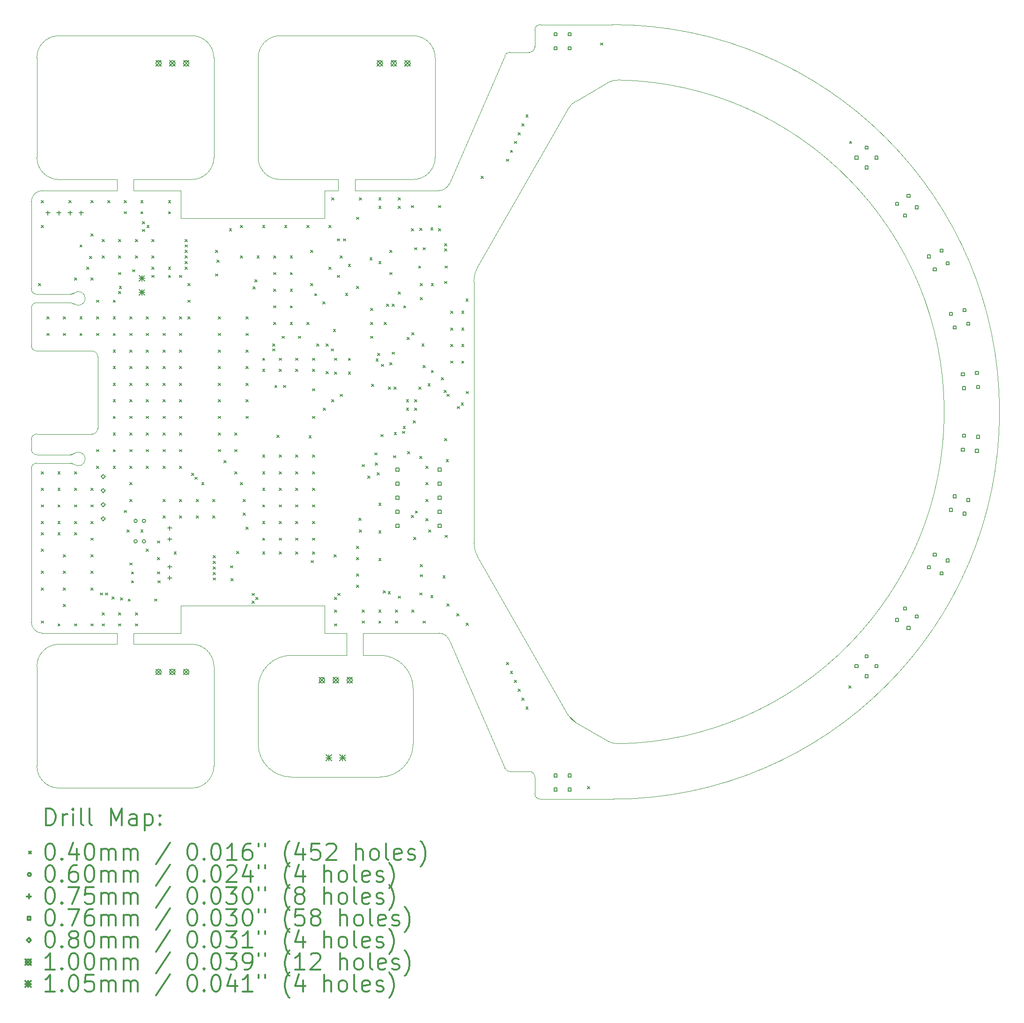
<source format=gbr>
%FSLAX45Y45*%
G04 Gerber Fmt 4.5, Leading zero omitted, Abs format (unit mm)*
G04 Created by KiCad (PCBNEW 4.0.1-stable) date 2018/11/10 20:41:08*
%MOMM*%
G01*
G04 APERTURE LIST*
%ADD10C,0.127000*%
%ADD11C,0.100000*%
%ADD12C,0.200000*%
%ADD13C,0.300000*%
G04 APERTURE END LIST*
D10*
D11*
X8200000Y-14400000D02*
X7200000Y-14400000D01*
X8200000Y-14400000D02*
X8200000Y-14000000D01*
X8200000Y-14000000D02*
X7800000Y-14000000D01*
X8500000Y-14400000D02*
X8800000Y-14400000D01*
X8500000Y-14000000D02*
X8500000Y-14400000D01*
X9868696Y-14000000D02*
X8500000Y-14000000D01*
X7200000Y-14400000D02*
G75*
G03X6600000Y-15000000I0J-600000D01*
G01*
X6600000Y-16000000D02*
G75*
G03X7200000Y-16600000I600000J0D01*
G01*
X8800000Y-16600000D02*
G75*
G03X9400000Y-16000000I0J600000D01*
G01*
X9400000Y-15000000D02*
G75*
G03X8800000Y-14400000I-600000J0D01*
G01*
X9400000Y-16000000D02*
X9400000Y-15000000D01*
X7200000Y-16600000D02*
X8800000Y-16600000D01*
X6600000Y-15000000D02*
X6600000Y-16000000D01*
X8050000Y-6000000D02*
X7800000Y-6000000D01*
X8050000Y-5800000D02*
X8050000Y-6000000D01*
X8350000Y-6000000D02*
X8350000Y-5800000D01*
X8350000Y-6000000D02*
X9868696Y-6000000D01*
X9400000Y-3200000D02*
X7000000Y-3200000D01*
X6600000Y-5400000D02*
G75*
G03X7000000Y-5800000I400000J0D01*
G01*
X9400000Y-5800000D02*
G75*
G03X9800000Y-5400000I0J400000D01*
G01*
X9800000Y-3600000D02*
G75*
G03X9400000Y-3200000I-400000J0D01*
G01*
X7000000Y-3200000D02*
G75*
G03X6600000Y-3600000I0J-400000D01*
G01*
X9800000Y-3600000D02*
X9800000Y-5400000D01*
X6600000Y-5400000D02*
X6600000Y-3600000D01*
X8050000Y-5800000D02*
X7000000Y-5800000D01*
X8350000Y-5800000D02*
X9400000Y-5800000D01*
X4050000Y-6000000D02*
X2700000Y-6000000D01*
X4050000Y-5800000D02*
X4050000Y-6000000D01*
X4350000Y-6000000D02*
X4350000Y-5800000D01*
X5200000Y-6000000D02*
X4350000Y-6000000D01*
X4350000Y-5800000D02*
X5400000Y-5800000D01*
X4050000Y-5800000D02*
X3000000Y-5800000D01*
X2600000Y-5400000D02*
X2600000Y-3600000D01*
X5800000Y-3600000D02*
X5800000Y-5400000D01*
X3000000Y-3200000D02*
G75*
G03X2600000Y-3600000I0J-400000D01*
G01*
X5800000Y-3600000D02*
G75*
G03X5400000Y-3200000I-400000J0D01*
G01*
X5400000Y-5800000D02*
G75*
G03X5800000Y-5400000I0J400000D01*
G01*
X2600000Y-5400000D02*
G75*
G03X3000000Y-5800000I400000J0D01*
G01*
X5400000Y-3200000D02*
X3000000Y-3200000D01*
X4050000Y-14000000D02*
X2700000Y-14000000D01*
X4050000Y-14200000D02*
X4050000Y-14000000D01*
X4350000Y-14200000D02*
X5400000Y-14200000D01*
X4350000Y-14000000D02*
X5200000Y-14000000D01*
X4350000Y-14200000D02*
X4350000Y-14000000D01*
X4050000Y-14200000D02*
X3000000Y-14200000D01*
X2600000Y-16400000D02*
G75*
G03X3000000Y-16800000I400000J0D01*
G01*
X5400000Y-16800000D02*
G75*
G03X5800000Y-16400000I0J400000D01*
G01*
X5800000Y-14600000D02*
G75*
G03X5400000Y-14200000I-400000J0D01*
G01*
X3000000Y-14200000D02*
G75*
G03X2600000Y-14600000I0J-400000D01*
G01*
X5400000Y-16800000D02*
X4200000Y-16800000D01*
X5800000Y-14600000D02*
X5800000Y-16400000D01*
X2600000Y-16400000D02*
X2600000Y-14600000D01*
X4200000Y-16800000D02*
X3000000Y-16800000D01*
X11500000Y-16500000D02*
G75*
G02X11600000Y-16600000I0J-100000D01*
G01*
X13000000Y-3000000D02*
G75*
G02X13000000Y-17000000I0J-7000000D01*
G01*
X13113497Y-4001074D02*
G75*
G02X13113497Y-15998926I-113497J-5998926D01*
G01*
X12345044Y-15619914D02*
G75*
G02X12198518Y-15472406I200771J345964D01*
G01*
X13113497Y-15998926D02*
G75*
G02X12905160Y-15944962I-7567J399928D01*
G01*
X11700000Y-17000000D02*
G75*
G02X11600000Y-16900000I0J100000D01*
G01*
X11148985Y-16500000D02*
G75*
G02X11057230Y-16439761I0J100000D01*
G01*
X9868696Y-14000000D02*
G75*
G02X10052207Y-14120478I0J-200000D01*
G01*
X10565878Y-12615287D02*
G75*
G02X10500000Y-12367218I434122J248070D01*
G01*
X10500000Y-7632782D02*
G75*
G02X10565878Y-7384713I500000J0D01*
G01*
X12198518Y-4527594D02*
G75*
G02X12345044Y-4380086I347297J-198456D01*
G01*
X12905160Y-4055038D02*
G75*
G02X13113497Y-4001074I200771J-345964D01*
G01*
X11600000Y-3100000D02*
G75*
G02X11700000Y-3000000I100000J0D01*
G01*
X11600000Y-3400000D02*
G75*
G02X11500000Y-3500000I-100000J0D01*
G01*
X11057230Y-3560239D02*
G75*
G02X11148985Y-3500000I91756J-39761D01*
G01*
X10052207Y-5879521D02*
G75*
G02X9868696Y-6000000I-183511J79522D01*
G01*
X2500000Y-6200000D02*
G75*
G02X2700000Y-6000000I200000J0D01*
G01*
X2600000Y-7875000D02*
G75*
G02X2500000Y-7775000I0J100000D01*
G01*
X3271432Y-7852778D02*
G75*
G02X3208579Y-7875000I-62854J77778D01*
G01*
X3208579Y-8025000D02*
G75*
G02X3271433Y-8047222I0J-100000D01*
G01*
X3271433Y-7852778D02*
G75*
G02X3271433Y-8047222I78567J-97222D01*
G01*
X2500000Y-8125000D02*
G75*
G02X2600000Y-8025000I100000J0D01*
G01*
X2600000Y-8900000D02*
G75*
G02X2500000Y-8800000I0J100000D01*
G01*
X3600000Y-8900000D02*
G75*
G02X3700000Y-9000000I0J-100000D01*
G01*
X3700000Y-10300000D02*
G75*
G02X3600000Y-10400000I-100000J0D01*
G01*
X2500000Y-10500000D02*
G75*
G02X2600000Y-10400000I100000J0D01*
G01*
X2600000Y-10775000D02*
G75*
G02X2500000Y-10675000I0J100000D01*
G01*
X3208579Y-10925000D02*
G75*
G02X3271433Y-10947222I0J-100000D01*
G01*
X3271432Y-10752778D02*
G75*
G02X3208579Y-10775000I-62854J77778D01*
G01*
X3271433Y-10752778D02*
G75*
G02X3271433Y-10947222I78567J-97222D01*
G01*
X2500000Y-11025000D02*
G75*
G02X2600000Y-10925000I100000J0D01*
G01*
X2700000Y-14000000D02*
G75*
G02X2500000Y-13800000I0J200000D01*
G01*
X12198518Y-4527594D02*
X10565878Y-7384713D01*
X12905160Y-4055038D02*
X12345044Y-4380086D01*
X12345044Y-15619914D02*
X12905160Y-15944962D01*
X12198518Y-15472406D02*
X12345044Y-15619914D01*
X10565878Y-12615287D02*
X12198518Y-15472406D01*
X10500000Y-7632782D02*
X10500000Y-12367218D01*
X3208579Y-8025000D02*
X3271433Y-8047222D01*
X2600000Y-8025000D02*
X3208579Y-8025000D01*
X2500000Y-8800000D02*
X2500000Y-8125000D01*
X3600000Y-8900000D02*
X2600000Y-8900000D01*
X3700000Y-10300000D02*
X3700000Y-9000000D01*
X2600000Y-10400000D02*
X3600000Y-10400000D01*
X2500000Y-10675000D02*
X2500000Y-10500000D01*
X3208579Y-10775000D02*
X2600000Y-10775000D01*
X3271433Y-10752778D02*
X3208579Y-10775000D01*
X3208579Y-10925000D02*
X3271433Y-10947222D01*
X2600000Y-10925000D02*
X3208579Y-10925000D01*
X2500000Y-13800000D02*
X2500000Y-11025000D01*
X5200000Y-13500000D02*
X5200000Y-14000000D01*
X7800000Y-13500000D02*
X5200000Y-13500000D01*
X7800000Y-14000000D02*
X7800000Y-13500000D01*
X11057230Y-16439761D02*
X10052207Y-14120478D01*
X11500000Y-16500000D02*
X11148985Y-16500000D01*
X11600000Y-16900000D02*
X11600000Y-16600000D01*
X13000000Y-17000000D02*
X11700000Y-17000000D01*
X11700000Y-3000000D02*
X13000000Y-3000000D01*
X11600000Y-3400000D02*
X11600000Y-3100000D01*
X11148985Y-3500000D02*
X11500000Y-3500000D01*
X10052207Y-5879521D02*
X11057230Y-3560239D01*
X7800000Y-6500000D02*
X7800000Y-6000000D01*
X5200000Y-6500000D02*
X7800000Y-6500000D01*
X5200000Y-6000000D02*
X5200000Y-6500000D01*
X2500000Y-7775000D02*
X2500000Y-6200000D01*
X3208579Y-7875000D02*
X2600000Y-7875000D01*
X3271433Y-7852778D02*
X3208579Y-7875000D01*
D12*
X2630000Y-7680000D02*
X2670000Y-7720000D01*
X2670000Y-7680000D02*
X2630000Y-7720000D01*
X2680000Y-6180000D02*
X2720000Y-6220000D01*
X2720000Y-6180000D02*
X2680000Y-6220000D01*
X2680000Y-6630000D02*
X2720000Y-6670000D01*
X2720000Y-6630000D02*
X2680000Y-6670000D01*
X2680000Y-11080000D02*
X2720000Y-11120000D01*
X2720000Y-11080000D02*
X2680000Y-11120000D01*
X2680000Y-11380000D02*
X2720000Y-11420000D01*
X2720000Y-11380000D02*
X2680000Y-11420000D01*
X2680000Y-11680000D02*
X2720000Y-11720000D01*
X2720000Y-11680000D02*
X2680000Y-11720000D01*
X2680000Y-11980000D02*
X2720000Y-12020000D01*
X2720000Y-11980000D02*
X2680000Y-12020000D01*
X2680000Y-12180000D02*
X2720000Y-12220000D01*
X2720000Y-12180000D02*
X2680000Y-12220000D01*
X2680000Y-12480000D02*
X2720000Y-12520000D01*
X2720000Y-12480000D02*
X2680000Y-12520000D01*
X2680000Y-12880000D02*
X2720000Y-12920000D01*
X2720000Y-12880000D02*
X2680000Y-12920000D01*
X2680000Y-13180000D02*
X2720000Y-13220000D01*
X2720000Y-13180000D02*
X2680000Y-13220000D01*
X2680000Y-13780000D02*
X2720000Y-13820000D01*
X2720000Y-13780000D02*
X2680000Y-13820000D01*
X2780000Y-8280000D02*
X2820000Y-8320000D01*
X2820000Y-8280000D02*
X2780000Y-8320000D01*
X2780000Y-8580000D02*
X2820000Y-8620000D01*
X2820000Y-8580000D02*
X2780000Y-8620000D01*
X2980000Y-11080000D02*
X3020000Y-11120000D01*
X3020000Y-11080000D02*
X2980000Y-11120000D01*
X2980000Y-11380000D02*
X3020000Y-11420000D01*
X3020000Y-11380000D02*
X2980000Y-11420000D01*
X2980000Y-11680000D02*
X3020000Y-11720000D01*
X3020000Y-11680000D02*
X2980000Y-11720000D01*
X2980000Y-11980000D02*
X3020000Y-12020000D01*
X3020000Y-11980000D02*
X2980000Y-12020000D01*
X2980000Y-12180000D02*
X3020000Y-12220000D01*
X3020000Y-12180000D02*
X2980000Y-12220000D01*
X2980000Y-13830000D02*
X3020000Y-13870000D01*
X3020000Y-13830000D02*
X2980000Y-13870000D01*
X3080000Y-8280000D02*
X3120000Y-8320000D01*
X3120000Y-8280000D02*
X3080000Y-8320000D01*
X3080000Y-8580000D02*
X3120000Y-8620000D01*
X3120000Y-8580000D02*
X3080000Y-8620000D01*
X3080000Y-12580000D02*
X3120000Y-12620000D01*
X3120000Y-12580000D02*
X3080000Y-12620000D01*
X3080000Y-12880000D02*
X3120000Y-12920000D01*
X3120000Y-12880000D02*
X3080000Y-12920000D01*
X3080000Y-13180000D02*
X3120000Y-13220000D01*
X3120000Y-13180000D02*
X3080000Y-13220000D01*
X3080000Y-13480000D02*
X3120000Y-13520000D01*
X3120000Y-13480000D02*
X3080000Y-13520000D01*
X3180000Y-6180000D02*
X3220000Y-6220000D01*
X3220000Y-6180000D02*
X3180000Y-6220000D01*
X3280000Y-7580000D02*
X3320000Y-7620000D01*
X3320000Y-7580000D02*
X3280000Y-7620000D01*
X3280000Y-11080000D02*
X3320000Y-11120000D01*
X3320000Y-11080000D02*
X3280000Y-11120000D01*
X3280000Y-11380000D02*
X3320000Y-11420000D01*
X3320000Y-11380000D02*
X3280000Y-11420000D01*
X3280000Y-11680000D02*
X3320000Y-11720000D01*
X3320000Y-11680000D02*
X3280000Y-11720000D01*
X3280000Y-11980000D02*
X3320000Y-12020000D01*
X3320000Y-11980000D02*
X3280000Y-12020000D01*
X3280000Y-12180000D02*
X3320000Y-12220000D01*
X3320000Y-12180000D02*
X3280000Y-12220000D01*
X3280000Y-13830000D02*
X3320000Y-13870000D01*
X3320000Y-13830000D02*
X3280000Y-13870000D01*
X3380000Y-6980000D02*
X3420000Y-7020000D01*
X3420000Y-6980000D02*
X3380000Y-7020000D01*
X3380000Y-8280000D02*
X3420000Y-8320000D01*
X3420000Y-8280000D02*
X3380000Y-8320000D01*
X3380000Y-8580000D02*
X3420000Y-8620000D01*
X3420000Y-8580000D02*
X3380000Y-8620000D01*
X3500000Y-7380000D02*
X3540000Y-7420000D01*
X3540000Y-7380000D02*
X3500000Y-7420000D01*
X3550000Y-7190000D02*
X3590000Y-7230000D01*
X3590000Y-7190000D02*
X3550000Y-7230000D01*
X3580000Y-6180000D02*
X3620000Y-6220000D01*
X3620000Y-6180000D02*
X3580000Y-6220000D01*
X3580000Y-6780000D02*
X3620000Y-6820000D01*
X3620000Y-6780000D02*
X3580000Y-6820000D01*
X3580000Y-7580000D02*
X3620000Y-7620000D01*
X3620000Y-7580000D02*
X3580000Y-7620000D01*
X3580000Y-11380000D02*
X3620000Y-11420000D01*
X3620000Y-11380000D02*
X3580000Y-11420000D01*
X3580000Y-11680000D02*
X3620000Y-11720000D01*
X3620000Y-11680000D02*
X3580000Y-11720000D01*
X3580000Y-11980000D02*
X3620000Y-12020000D01*
X3620000Y-11980000D02*
X3580000Y-12020000D01*
X3580000Y-12280000D02*
X3620000Y-12320000D01*
X3620000Y-12280000D02*
X3580000Y-12320000D01*
X3580000Y-12580000D02*
X3620000Y-12620000D01*
X3620000Y-12580000D02*
X3580000Y-12620000D01*
X3580000Y-12880000D02*
X3620000Y-12920000D01*
X3620000Y-12880000D02*
X3580000Y-12920000D01*
X3580000Y-13180000D02*
X3620000Y-13220000D01*
X3620000Y-13180000D02*
X3580000Y-13220000D01*
X3580000Y-13830000D02*
X3620000Y-13870000D01*
X3620000Y-13830000D02*
X3580000Y-13870000D01*
X3680000Y-7980000D02*
X3720000Y-8020000D01*
X3720000Y-7980000D02*
X3680000Y-8020000D01*
X3680000Y-8280000D02*
X3720000Y-8320000D01*
X3720000Y-8280000D02*
X3680000Y-8320000D01*
X3680000Y-8580000D02*
X3720000Y-8620000D01*
X3720000Y-8580000D02*
X3680000Y-8620000D01*
X3680000Y-10680000D02*
X3720000Y-10720000D01*
X3720000Y-10680000D02*
X3680000Y-10720000D01*
X3680000Y-10980000D02*
X3720000Y-11020000D01*
X3720000Y-10980000D02*
X3680000Y-11020000D01*
X3750000Y-13270000D02*
X3790000Y-13310000D01*
X3790000Y-13270000D02*
X3750000Y-13310000D01*
X3780000Y-6880000D02*
X3820000Y-6920000D01*
X3820000Y-6880000D02*
X3780000Y-6920000D01*
X3780000Y-7180000D02*
X3820000Y-7220000D01*
X3820000Y-7180000D02*
X3780000Y-7220000D01*
X3780000Y-13630000D02*
X3820000Y-13670000D01*
X3820000Y-13630000D02*
X3780000Y-13670000D01*
X3780000Y-13830000D02*
X3820000Y-13870000D01*
X3820000Y-13830000D02*
X3780000Y-13870000D01*
X3840000Y-13270000D02*
X3880000Y-13310000D01*
X3880000Y-13270000D02*
X3840000Y-13310000D01*
X3880000Y-6180000D02*
X3920000Y-6220000D01*
X3920000Y-6180000D02*
X3880000Y-6220000D01*
X3960000Y-13340000D02*
X4000000Y-13380000D01*
X4000000Y-13340000D02*
X3960000Y-13380000D01*
X3980000Y-7980000D02*
X4020000Y-8020000D01*
X4020000Y-7980000D02*
X3980000Y-8020000D01*
X3980000Y-8280000D02*
X4020000Y-8320000D01*
X4020000Y-8280000D02*
X3980000Y-8320000D01*
X3980000Y-8580000D02*
X4020000Y-8620000D01*
X4020000Y-8580000D02*
X3980000Y-8620000D01*
X3980000Y-8880000D02*
X4020000Y-8920000D01*
X4020000Y-8880000D02*
X3980000Y-8920000D01*
X3980000Y-9180000D02*
X4020000Y-9220000D01*
X4020000Y-9180000D02*
X3980000Y-9220000D01*
X3980000Y-9480000D02*
X4020000Y-9520000D01*
X4020000Y-9480000D02*
X3980000Y-9520000D01*
X3980000Y-9780000D02*
X4020000Y-9820000D01*
X4020000Y-9780000D02*
X3980000Y-9820000D01*
X3980000Y-10080000D02*
X4020000Y-10120000D01*
X4020000Y-10080000D02*
X3980000Y-10120000D01*
X3980000Y-10380000D02*
X4020000Y-10420000D01*
X4020000Y-10380000D02*
X3980000Y-10420000D01*
X3980000Y-10680000D02*
X4020000Y-10720000D01*
X4020000Y-10680000D02*
X3980000Y-10720000D01*
X3980000Y-10980000D02*
X4020000Y-11020000D01*
X4020000Y-10980000D02*
X3980000Y-11020000D01*
X4080000Y-6880000D02*
X4120000Y-6920000D01*
X4120000Y-6880000D02*
X4080000Y-6920000D01*
X4080000Y-7180000D02*
X4120000Y-7220000D01*
X4120000Y-7180000D02*
X4080000Y-7220000D01*
X4080000Y-7480000D02*
X4120000Y-7520000D01*
X4120000Y-7480000D02*
X4080000Y-7520000D01*
X4080000Y-7820000D02*
X4120000Y-7860000D01*
X4120000Y-7820000D02*
X4080000Y-7860000D01*
X4080000Y-13630000D02*
X4120000Y-13670000D01*
X4120000Y-13630000D02*
X4080000Y-13670000D01*
X4080000Y-13830000D02*
X4120000Y-13870000D01*
X4120000Y-13830000D02*
X4080000Y-13870000D01*
X4090000Y-7730000D02*
X4130000Y-7770000D01*
X4130000Y-7730000D02*
X4090000Y-7770000D01*
X4110000Y-13360000D02*
X4150000Y-13400000D01*
X4150000Y-13360000D02*
X4110000Y-13400000D01*
X4180000Y-6180000D02*
X4220000Y-6220000D01*
X4220000Y-6180000D02*
X4180000Y-6220000D01*
X4180000Y-6380000D02*
X4220000Y-6420000D01*
X4220000Y-6380000D02*
X4180000Y-6420000D01*
X4180000Y-11780000D02*
X4220000Y-11820000D01*
X4220000Y-11780000D02*
X4180000Y-11820000D01*
X4230000Y-12130000D02*
X4270000Y-12170000D01*
X4270000Y-12130000D02*
X4230000Y-12170000D01*
X4250000Y-13380000D02*
X4290000Y-13420000D01*
X4290000Y-13380000D02*
X4250000Y-13420000D01*
X4280000Y-8280000D02*
X4320000Y-8320000D01*
X4320000Y-8280000D02*
X4280000Y-8320000D01*
X4280000Y-8580000D02*
X4320000Y-8620000D01*
X4320000Y-8580000D02*
X4280000Y-8620000D01*
X4280000Y-8880000D02*
X4320000Y-8920000D01*
X4320000Y-8880000D02*
X4280000Y-8920000D01*
X4280000Y-9180000D02*
X4320000Y-9220000D01*
X4320000Y-9180000D02*
X4280000Y-9220000D01*
X4280000Y-9480000D02*
X4320000Y-9520000D01*
X4320000Y-9480000D02*
X4280000Y-9520000D01*
X4280000Y-9780000D02*
X4320000Y-9820000D01*
X4320000Y-9780000D02*
X4280000Y-9820000D01*
X4280000Y-10080000D02*
X4320000Y-10120000D01*
X4320000Y-10080000D02*
X4280000Y-10120000D01*
X4280000Y-10380000D02*
X4320000Y-10420000D01*
X4320000Y-10380000D02*
X4280000Y-10420000D01*
X4280000Y-10680000D02*
X4320000Y-10720000D01*
X4320000Y-10680000D02*
X4280000Y-10720000D01*
X4280000Y-10980000D02*
X4320000Y-11020000D01*
X4320000Y-10980000D02*
X4280000Y-11020000D01*
X4280000Y-11280000D02*
X4320000Y-11320000D01*
X4320000Y-11280000D02*
X4280000Y-11320000D01*
X4280000Y-11580000D02*
X4320000Y-11620000D01*
X4320000Y-11580000D02*
X4280000Y-11620000D01*
X4280000Y-12730000D02*
X4320000Y-12770000D01*
X4320000Y-12730000D02*
X4280000Y-12770000D01*
X4310000Y-12890000D02*
X4350000Y-12930000D01*
X4350000Y-12890000D02*
X4310000Y-12930000D01*
X4310000Y-13050000D02*
X4350000Y-13090000D01*
X4350000Y-13050000D02*
X4310000Y-13090000D01*
X4330000Y-7430000D02*
X4370000Y-7470000D01*
X4370000Y-7430000D02*
X4330000Y-7470000D01*
X4380000Y-6880000D02*
X4420000Y-6920000D01*
X4420000Y-6880000D02*
X4380000Y-6920000D01*
X4380000Y-7180000D02*
X4420000Y-7220000D01*
X4420000Y-7180000D02*
X4380000Y-7220000D01*
X4380000Y-13630000D02*
X4420000Y-13670000D01*
X4420000Y-13630000D02*
X4380000Y-13670000D01*
X4380000Y-13830000D02*
X4420000Y-13870000D01*
X4420000Y-13830000D02*
X4380000Y-13870000D01*
X4480000Y-6180000D02*
X4520000Y-6220000D01*
X4520000Y-6180000D02*
X4480000Y-6220000D01*
X4480000Y-6380000D02*
X4520000Y-6420000D01*
X4520000Y-6380000D02*
X4480000Y-6420000D01*
X4480000Y-12130000D02*
X4520000Y-12170000D01*
X4520000Y-12130000D02*
X4480000Y-12170000D01*
X4510000Y-6560000D02*
X4550000Y-6600000D01*
X4550000Y-6560000D02*
X4510000Y-6600000D01*
X4510000Y-6700000D02*
X4550000Y-6740000D01*
X4550000Y-6700000D02*
X4510000Y-6740000D01*
X4580000Y-8280000D02*
X4620000Y-8320000D01*
X4620000Y-8280000D02*
X4580000Y-8320000D01*
X4580000Y-8580000D02*
X4620000Y-8620000D01*
X4620000Y-8580000D02*
X4580000Y-8620000D01*
X4580000Y-8880000D02*
X4620000Y-8920000D01*
X4620000Y-8880000D02*
X4580000Y-8920000D01*
X4580000Y-9180000D02*
X4620000Y-9220000D01*
X4620000Y-9180000D02*
X4580000Y-9220000D01*
X4580000Y-9480000D02*
X4620000Y-9520000D01*
X4620000Y-9480000D02*
X4580000Y-9520000D01*
X4580000Y-9780000D02*
X4620000Y-9820000D01*
X4620000Y-9780000D02*
X4580000Y-9820000D01*
X4580000Y-10080000D02*
X4620000Y-10120000D01*
X4620000Y-10080000D02*
X4580000Y-10120000D01*
X4580000Y-10380000D02*
X4620000Y-10420000D01*
X4620000Y-10380000D02*
X4580000Y-10420000D01*
X4580000Y-10680000D02*
X4620000Y-10720000D01*
X4620000Y-10680000D02*
X4580000Y-10720000D01*
X4580000Y-10980000D02*
X4620000Y-11020000D01*
X4620000Y-10980000D02*
X4580000Y-11020000D01*
X4580000Y-12480000D02*
X4620000Y-12520000D01*
X4620000Y-12480000D02*
X4580000Y-12520000D01*
X4590000Y-6630000D02*
X4630000Y-6670000D01*
X4630000Y-6630000D02*
X4590000Y-6670000D01*
X4680000Y-6880000D02*
X4720000Y-6920000D01*
X4720000Y-6880000D02*
X4680000Y-6920000D01*
X4680000Y-7180000D02*
X4720000Y-7220000D01*
X4720000Y-7180000D02*
X4680000Y-7220000D01*
X4680000Y-7380000D02*
X4720000Y-7420000D01*
X4720000Y-7380000D02*
X4680000Y-7420000D01*
X4680000Y-7530000D02*
X4720000Y-7570000D01*
X4720000Y-7530000D02*
X4680000Y-7570000D01*
X4730000Y-13380000D02*
X4770000Y-13420000D01*
X4770000Y-13380000D02*
X4730000Y-13420000D01*
X4780000Y-12330000D02*
X4820000Y-12370000D01*
X4820000Y-12330000D02*
X4780000Y-12370000D01*
X4780000Y-12630000D02*
X4820000Y-12670000D01*
X4820000Y-12630000D02*
X4780000Y-12670000D01*
X4780000Y-12890000D02*
X4820000Y-12930000D01*
X4820000Y-12890000D02*
X4780000Y-12930000D01*
X4790000Y-13050000D02*
X4830000Y-13090000D01*
X4830000Y-13050000D02*
X4790000Y-13090000D01*
X4880000Y-8280000D02*
X4920000Y-8320000D01*
X4920000Y-8280000D02*
X4880000Y-8320000D01*
X4880000Y-8580000D02*
X4920000Y-8620000D01*
X4920000Y-8580000D02*
X4880000Y-8620000D01*
X4880000Y-8880000D02*
X4920000Y-8920000D01*
X4920000Y-8880000D02*
X4880000Y-8920000D01*
X4880000Y-9180000D02*
X4920000Y-9220000D01*
X4920000Y-9180000D02*
X4880000Y-9220000D01*
X4880000Y-9480000D02*
X4920000Y-9520000D01*
X4920000Y-9480000D02*
X4880000Y-9520000D01*
X4880000Y-9780000D02*
X4920000Y-9820000D01*
X4920000Y-9780000D02*
X4880000Y-9820000D01*
X4880000Y-10080000D02*
X4920000Y-10120000D01*
X4920000Y-10080000D02*
X4880000Y-10120000D01*
X4880000Y-10380000D02*
X4920000Y-10420000D01*
X4920000Y-10380000D02*
X4880000Y-10420000D01*
X4880000Y-10680000D02*
X4920000Y-10720000D01*
X4920000Y-10680000D02*
X4880000Y-10720000D01*
X4880000Y-10980000D02*
X4920000Y-11020000D01*
X4920000Y-10980000D02*
X4880000Y-11020000D01*
X4880000Y-11580000D02*
X4920000Y-11620000D01*
X4920000Y-11580000D02*
X4880000Y-11620000D01*
X4880000Y-11880000D02*
X4920000Y-11920000D01*
X4920000Y-11880000D02*
X4880000Y-11920000D01*
X4980000Y-6180000D02*
X5020000Y-6220000D01*
X5020000Y-6180000D02*
X4980000Y-6220000D01*
X4980000Y-6380000D02*
X5020000Y-6420000D01*
X5020000Y-6380000D02*
X4980000Y-6420000D01*
X4980000Y-7380000D02*
X5020000Y-7420000D01*
X5020000Y-7380000D02*
X4980000Y-7420000D01*
X4980000Y-7530000D02*
X5020000Y-7570000D01*
X5020000Y-7530000D02*
X4980000Y-7570000D01*
X5080000Y-12530000D02*
X5120000Y-12570000D01*
X5120000Y-12530000D02*
X5080000Y-12570000D01*
X5180000Y-7530000D02*
X5220000Y-7570000D01*
X5220000Y-7530000D02*
X5180000Y-7570000D01*
X5180000Y-8280000D02*
X5220000Y-8320000D01*
X5220000Y-8280000D02*
X5180000Y-8320000D01*
X5180000Y-8580000D02*
X5220000Y-8620000D01*
X5220000Y-8580000D02*
X5180000Y-8620000D01*
X5180000Y-8880000D02*
X5220000Y-8920000D01*
X5220000Y-8880000D02*
X5180000Y-8920000D01*
X5180000Y-9180000D02*
X5220000Y-9220000D01*
X5220000Y-9180000D02*
X5180000Y-9220000D01*
X5180000Y-9480000D02*
X5220000Y-9520000D01*
X5220000Y-9480000D02*
X5180000Y-9520000D01*
X5180000Y-9780000D02*
X5220000Y-9820000D01*
X5220000Y-9780000D02*
X5180000Y-9820000D01*
X5180000Y-10080000D02*
X5220000Y-10120000D01*
X5220000Y-10080000D02*
X5180000Y-10120000D01*
X5180000Y-10380000D02*
X5220000Y-10420000D01*
X5220000Y-10380000D02*
X5180000Y-10420000D01*
X5180000Y-10680000D02*
X5220000Y-10720000D01*
X5220000Y-10680000D02*
X5180000Y-10720000D01*
X5180000Y-10980000D02*
X5220000Y-11020000D01*
X5220000Y-10980000D02*
X5180000Y-11020000D01*
X5180000Y-11580000D02*
X5220000Y-11620000D01*
X5220000Y-11580000D02*
X5180000Y-11620000D01*
X5180000Y-11880000D02*
X5220000Y-11920000D01*
X5220000Y-11880000D02*
X5180000Y-11920000D01*
X5280000Y-6880000D02*
X5320000Y-6920000D01*
X5320000Y-6880000D02*
X5280000Y-6920000D01*
X5280000Y-6980000D02*
X5320000Y-7020000D01*
X5320000Y-6980000D02*
X5280000Y-7020000D01*
X5280000Y-7080000D02*
X5320000Y-7120000D01*
X5320000Y-7080000D02*
X5280000Y-7120000D01*
X5280000Y-7180000D02*
X5320000Y-7220000D01*
X5320000Y-7180000D02*
X5280000Y-7220000D01*
X5280000Y-7280000D02*
X5320000Y-7320000D01*
X5320000Y-7280000D02*
X5280000Y-7320000D01*
X5280000Y-7380000D02*
X5320000Y-7420000D01*
X5320000Y-7380000D02*
X5280000Y-7420000D01*
X5330000Y-7680000D02*
X5370000Y-7720000D01*
X5370000Y-7680000D02*
X5330000Y-7720000D01*
X5330000Y-7980000D02*
X5370000Y-8020000D01*
X5370000Y-7980000D02*
X5330000Y-8020000D01*
X5330000Y-8280000D02*
X5370000Y-8320000D01*
X5370000Y-8280000D02*
X5330000Y-8320000D01*
X5400000Y-11110000D02*
X5440000Y-11150000D01*
X5440000Y-11110000D02*
X5400000Y-11150000D01*
X5460000Y-11180000D02*
X5500000Y-11220000D01*
X5500000Y-11180000D02*
X5460000Y-11220000D01*
X5480000Y-11580000D02*
X5520000Y-11620000D01*
X5520000Y-11580000D02*
X5480000Y-11620000D01*
X5480000Y-11880000D02*
X5520000Y-11920000D01*
X5520000Y-11880000D02*
X5480000Y-11920000D01*
X5580000Y-11280000D02*
X5620000Y-11320000D01*
X5620000Y-11280000D02*
X5580000Y-11320000D01*
X5780000Y-11580000D02*
X5820000Y-11620000D01*
X5820000Y-11580000D02*
X5780000Y-11620000D01*
X5780000Y-11880000D02*
X5820000Y-11920000D01*
X5820000Y-11880000D02*
X5780000Y-11920000D01*
X5790000Y-12600000D02*
X5830000Y-12640000D01*
X5830000Y-12600000D02*
X5790000Y-12640000D01*
X5790000Y-12700000D02*
X5830000Y-12740000D01*
X5830000Y-12700000D02*
X5790000Y-12740000D01*
X5790000Y-12800000D02*
X5830000Y-12840000D01*
X5830000Y-12800000D02*
X5790000Y-12840000D01*
X5790000Y-12900000D02*
X5830000Y-12940000D01*
X5830000Y-12900000D02*
X5790000Y-12940000D01*
X5790000Y-13000000D02*
X5830000Y-13040000D01*
X5830000Y-13000000D02*
X5790000Y-13040000D01*
X5830000Y-7080000D02*
X5870000Y-7120000D01*
X5870000Y-7080000D02*
X5830000Y-7120000D01*
X5830000Y-7505000D02*
X5870000Y-7545000D01*
X5870000Y-7505000D02*
X5830000Y-7545000D01*
X5855000Y-7255000D02*
X5895000Y-7295000D01*
X5895000Y-7255000D02*
X5855000Y-7295000D01*
X5880000Y-8280000D02*
X5920000Y-8320000D01*
X5920000Y-8280000D02*
X5880000Y-8320000D01*
X5880000Y-8580000D02*
X5920000Y-8620000D01*
X5920000Y-8580000D02*
X5880000Y-8620000D01*
X5880000Y-8880000D02*
X5920000Y-8920000D01*
X5920000Y-8880000D02*
X5880000Y-8920000D01*
X5880000Y-9180000D02*
X5920000Y-9220000D01*
X5920000Y-9180000D02*
X5880000Y-9220000D01*
X5880000Y-9480000D02*
X5920000Y-9520000D01*
X5920000Y-9480000D02*
X5880000Y-9520000D01*
X5880000Y-9780000D02*
X5920000Y-9820000D01*
X5920000Y-9780000D02*
X5880000Y-9820000D01*
X5880000Y-10080000D02*
X5920000Y-10120000D01*
X5920000Y-10080000D02*
X5880000Y-10120000D01*
X5880000Y-10380000D02*
X5920000Y-10420000D01*
X5920000Y-10380000D02*
X5880000Y-10420000D01*
X5880000Y-10680000D02*
X5920000Y-10720000D01*
X5920000Y-10680000D02*
X5880000Y-10720000D01*
X5980000Y-10880000D02*
X6020000Y-10920000D01*
X6020000Y-10880000D02*
X5980000Y-10920000D01*
X6080000Y-6690000D02*
X6120000Y-6730000D01*
X6120000Y-6690000D02*
X6080000Y-6730000D01*
X6100000Y-12780000D02*
X6140000Y-12820000D01*
X6140000Y-12780000D02*
X6100000Y-12820000D01*
X6110000Y-13010000D02*
X6150000Y-13050000D01*
X6150000Y-13010000D02*
X6110000Y-13050000D01*
X6180000Y-10380000D02*
X6220000Y-10420000D01*
X6220000Y-10380000D02*
X6180000Y-10420000D01*
X6180000Y-10680000D02*
X6220000Y-10720000D01*
X6220000Y-10680000D02*
X6180000Y-10720000D01*
X6180000Y-11080000D02*
X6220000Y-11120000D01*
X6220000Y-11080000D02*
X6180000Y-11120000D01*
X6210000Y-12520000D02*
X6250000Y-12560000D01*
X6250000Y-12520000D02*
X6210000Y-12560000D01*
X6280000Y-6630000D02*
X6320000Y-6670000D01*
X6320000Y-6630000D02*
X6280000Y-6670000D01*
X6280000Y-7180000D02*
X6320000Y-7220000D01*
X6320000Y-7180000D02*
X6280000Y-7220000D01*
X6280000Y-11280000D02*
X6320000Y-11320000D01*
X6320000Y-11280000D02*
X6280000Y-11320000D01*
X6330000Y-11580000D02*
X6370000Y-11620000D01*
X6370000Y-11580000D02*
X6330000Y-11620000D01*
X6330000Y-11830000D02*
X6370000Y-11870000D01*
X6370000Y-11830000D02*
X6330000Y-11870000D01*
X6380000Y-8280000D02*
X6420000Y-8320000D01*
X6420000Y-8280000D02*
X6380000Y-8320000D01*
X6380000Y-8580000D02*
X6420000Y-8620000D01*
X6420000Y-8580000D02*
X6380000Y-8620000D01*
X6380000Y-8880000D02*
X6420000Y-8920000D01*
X6420000Y-8880000D02*
X6380000Y-8920000D01*
X6380000Y-9180000D02*
X6420000Y-9220000D01*
X6420000Y-9180000D02*
X6380000Y-9220000D01*
X6380000Y-9480000D02*
X6420000Y-9520000D01*
X6420000Y-9480000D02*
X6380000Y-9520000D01*
X6380000Y-9780000D02*
X6420000Y-9820000D01*
X6420000Y-9780000D02*
X6380000Y-9820000D01*
X6380000Y-10080000D02*
X6420000Y-10120000D01*
X6420000Y-10080000D02*
X6380000Y-10120000D01*
X6380000Y-12080000D02*
X6420000Y-12120000D01*
X6420000Y-12080000D02*
X6380000Y-12120000D01*
X6490000Y-13280000D02*
X6530000Y-13320000D01*
X6530000Y-13280000D02*
X6490000Y-13320000D01*
X6490000Y-13420000D02*
X6530000Y-13460000D01*
X6530000Y-13420000D02*
X6490000Y-13460000D01*
X6510000Y-7740000D02*
X6550000Y-7780000D01*
X6550000Y-7740000D02*
X6510000Y-7780000D01*
X6540000Y-7610000D02*
X6580000Y-7650000D01*
X6580000Y-7610000D02*
X6540000Y-7650000D01*
X6560000Y-13350000D02*
X6600000Y-13390000D01*
X6600000Y-13350000D02*
X6560000Y-13390000D01*
X6580000Y-7180000D02*
X6620000Y-7220000D01*
X6620000Y-7180000D02*
X6580000Y-7220000D01*
X6680000Y-6630000D02*
X6720000Y-6670000D01*
X6720000Y-6630000D02*
X6680000Y-6670000D01*
X6680000Y-9030000D02*
X6720000Y-9070000D01*
X6720000Y-9030000D02*
X6680000Y-9070000D01*
X6680000Y-9230000D02*
X6720000Y-9270000D01*
X6720000Y-9230000D02*
X6680000Y-9270000D01*
X6680000Y-10780000D02*
X6720000Y-10820000D01*
X6720000Y-10780000D02*
X6680000Y-10820000D01*
X6680000Y-11080000D02*
X6720000Y-11120000D01*
X6720000Y-11080000D02*
X6680000Y-11120000D01*
X6680000Y-11380000D02*
X6720000Y-11420000D01*
X6720000Y-11380000D02*
X6680000Y-11420000D01*
X6680000Y-11680000D02*
X6720000Y-11720000D01*
X6720000Y-11680000D02*
X6680000Y-11720000D01*
X6680000Y-11980000D02*
X6720000Y-12020000D01*
X6720000Y-11980000D02*
X6680000Y-12020000D01*
X6680000Y-12280000D02*
X6720000Y-12320000D01*
X6720000Y-12280000D02*
X6680000Y-12320000D01*
X6680000Y-12530000D02*
X6720000Y-12570000D01*
X6720000Y-12530000D02*
X6680000Y-12570000D01*
X6860000Y-8770000D02*
X6900000Y-8810000D01*
X6900000Y-8770000D02*
X6860000Y-8810000D01*
X6860000Y-8860000D02*
X6900000Y-8900000D01*
X6900000Y-8860000D02*
X6860000Y-8900000D01*
X6880000Y-7180000D02*
X6920000Y-7220000D01*
X6920000Y-7180000D02*
X6880000Y-7220000D01*
X6880000Y-7480000D02*
X6920000Y-7520000D01*
X6920000Y-7480000D02*
X6880000Y-7520000D01*
X6880000Y-7780000D02*
X6920000Y-7820000D01*
X6920000Y-7780000D02*
X6880000Y-7820000D01*
X6880000Y-8080000D02*
X6920000Y-8120000D01*
X6920000Y-8080000D02*
X6880000Y-8120000D01*
X6880000Y-8380000D02*
X6920000Y-8420000D01*
X6920000Y-8380000D02*
X6880000Y-8420000D01*
X6900000Y-9520000D02*
X6940000Y-9560000D01*
X6940000Y-9520000D02*
X6900000Y-9560000D01*
X6940000Y-10420000D02*
X6980000Y-10460000D01*
X6980000Y-10420000D02*
X6940000Y-10460000D01*
X6980000Y-9030000D02*
X7020000Y-9070000D01*
X7020000Y-9030000D02*
X6980000Y-9070000D01*
X6980000Y-9230000D02*
X7020000Y-9270000D01*
X7020000Y-9230000D02*
X6980000Y-9270000D01*
X6980000Y-10780000D02*
X7020000Y-10820000D01*
X7020000Y-10780000D02*
X6980000Y-10820000D01*
X6980000Y-11080000D02*
X7020000Y-11120000D01*
X7020000Y-11080000D02*
X6980000Y-11120000D01*
X6980000Y-11380000D02*
X7020000Y-11420000D01*
X7020000Y-11380000D02*
X6980000Y-11420000D01*
X6980000Y-11680000D02*
X7020000Y-11720000D01*
X7020000Y-11680000D02*
X6980000Y-11720000D01*
X6980000Y-11980000D02*
X7020000Y-12020000D01*
X7020000Y-11980000D02*
X6980000Y-12020000D01*
X6980000Y-12280000D02*
X7020000Y-12320000D01*
X7020000Y-12280000D02*
X6980000Y-12320000D01*
X6980000Y-12530000D02*
X7020000Y-12570000D01*
X7020000Y-12530000D02*
X6980000Y-12570000D01*
X7030000Y-8630000D02*
X7070000Y-8670000D01*
X7070000Y-8630000D02*
X7030000Y-8670000D01*
X7060000Y-9520000D02*
X7100000Y-9560000D01*
X7100000Y-9520000D02*
X7060000Y-9560000D01*
X7080000Y-6630000D02*
X7120000Y-6670000D01*
X7120000Y-6630000D02*
X7080000Y-6670000D01*
X7180000Y-7180000D02*
X7220000Y-7220000D01*
X7220000Y-7180000D02*
X7180000Y-7220000D01*
X7180000Y-7480000D02*
X7220000Y-7520000D01*
X7220000Y-7480000D02*
X7180000Y-7520000D01*
X7180000Y-7780000D02*
X7220000Y-7820000D01*
X7220000Y-7780000D02*
X7180000Y-7820000D01*
X7180000Y-8080000D02*
X7220000Y-8120000D01*
X7220000Y-8080000D02*
X7180000Y-8120000D01*
X7180000Y-8380000D02*
X7220000Y-8420000D01*
X7220000Y-8380000D02*
X7180000Y-8420000D01*
X7280000Y-9030000D02*
X7320000Y-9070000D01*
X7320000Y-9030000D02*
X7280000Y-9070000D01*
X7280000Y-9230000D02*
X7320000Y-9270000D01*
X7320000Y-9230000D02*
X7280000Y-9270000D01*
X7280000Y-10780000D02*
X7320000Y-10820000D01*
X7320000Y-10780000D02*
X7280000Y-10820000D01*
X7280000Y-11080000D02*
X7320000Y-11120000D01*
X7320000Y-11080000D02*
X7280000Y-11120000D01*
X7280000Y-11380000D02*
X7320000Y-11420000D01*
X7320000Y-11380000D02*
X7280000Y-11420000D01*
X7280000Y-11680000D02*
X7320000Y-11720000D01*
X7320000Y-11680000D02*
X7280000Y-11720000D01*
X7280000Y-11980000D02*
X7320000Y-12020000D01*
X7320000Y-11980000D02*
X7280000Y-12020000D01*
X7280000Y-12280000D02*
X7320000Y-12320000D01*
X7320000Y-12280000D02*
X7280000Y-12320000D01*
X7280000Y-12530000D02*
X7320000Y-12570000D01*
X7320000Y-12530000D02*
X7280000Y-12570000D01*
X7330000Y-8630000D02*
X7370000Y-8670000D01*
X7370000Y-8630000D02*
X7330000Y-8670000D01*
X7480000Y-6630000D02*
X7520000Y-6670000D01*
X7520000Y-6630000D02*
X7480000Y-6670000D01*
X7480000Y-8380000D02*
X7520000Y-8420000D01*
X7520000Y-8380000D02*
X7480000Y-8420000D01*
X7520000Y-10430000D02*
X7560000Y-10470000D01*
X7560000Y-10430000D02*
X7520000Y-10470000D01*
X7550000Y-7080000D02*
X7590000Y-7120000D01*
X7590000Y-7080000D02*
X7550000Y-7120000D01*
X7550000Y-7680000D02*
X7590000Y-7720000D01*
X7590000Y-7680000D02*
X7550000Y-7720000D01*
X7556000Y-12687000D02*
X7596000Y-12727000D01*
X7596000Y-12687000D02*
X7556000Y-12727000D01*
X7580000Y-9030000D02*
X7620000Y-9070000D01*
X7620000Y-9030000D02*
X7580000Y-9070000D01*
X7580000Y-9230000D02*
X7620000Y-9270000D01*
X7620000Y-9230000D02*
X7580000Y-9270000D01*
X7580000Y-9580000D02*
X7620000Y-9620000D01*
X7620000Y-9580000D02*
X7580000Y-9620000D01*
X7580000Y-10080000D02*
X7620000Y-10120000D01*
X7620000Y-10080000D02*
X7580000Y-10120000D01*
X7580000Y-10780000D02*
X7620000Y-10820000D01*
X7620000Y-10780000D02*
X7580000Y-10820000D01*
X7580000Y-11080000D02*
X7620000Y-11120000D01*
X7620000Y-11080000D02*
X7580000Y-11120000D01*
X7580000Y-11380000D02*
X7620000Y-11420000D01*
X7620000Y-11380000D02*
X7580000Y-11420000D01*
X7580000Y-11680000D02*
X7620000Y-11720000D01*
X7620000Y-11680000D02*
X7580000Y-11720000D01*
X7580000Y-11980000D02*
X7620000Y-12020000D01*
X7620000Y-11980000D02*
X7580000Y-12020000D01*
X7580000Y-12280000D02*
X7620000Y-12320000D01*
X7620000Y-12280000D02*
X7580000Y-12320000D01*
X7580000Y-12530000D02*
X7620000Y-12570000D01*
X7620000Y-12530000D02*
X7580000Y-12570000D01*
X7620000Y-7860000D02*
X7660000Y-7900000D01*
X7660000Y-7860000D02*
X7620000Y-7900000D01*
X7660000Y-8770000D02*
X7700000Y-8810000D01*
X7700000Y-8770000D02*
X7660000Y-8810000D01*
X7770000Y-8010000D02*
X7810000Y-8050000D01*
X7810000Y-8010000D02*
X7770000Y-8050000D01*
X7780000Y-9930000D02*
X7820000Y-9970000D01*
X7820000Y-9930000D02*
X7780000Y-9970000D01*
X7830000Y-8770000D02*
X7870000Y-8810000D01*
X7870000Y-8770000D02*
X7830000Y-8810000D01*
X7830000Y-9270000D02*
X7870000Y-9310000D01*
X7870000Y-9270000D02*
X7830000Y-9310000D01*
X7880000Y-6630000D02*
X7920000Y-6670000D01*
X7920000Y-6630000D02*
X7880000Y-6670000D01*
X7880000Y-7380000D02*
X7920000Y-7420000D01*
X7920000Y-7380000D02*
X7880000Y-7420000D01*
X7920000Y-8860000D02*
X7960000Y-8900000D01*
X7960000Y-8860000D02*
X7920000Y-8900000D01*
X7930000Y-6130000D02*
X7970000Y-6170000D01*
X7970000Y-6130000D02*
X7930000Y-6170000D01*
X7930000Y-9780000D02*
X7970000Y-9820000D01*
X7970000Y-9780000D02*
X7930000Y-9820000D01*
X7960000Y-8510000D02*
X8000000Y-8550000D01*
X8000000Y-8510000D02*
X7960000Y-8550000D01*
X7970000Y-12580000D02*
X8010000Y-12620000D01*
X8010000Y-12580000D02*
X7970000Y-12620000D01*
X7980000Y-9030000D02*
X8020000Y-9070000D01*
X8020000Y-9030000D02*
X7980000Y-9070000D01*
X7980000Y-9280000D02*
X8020000Y-9320000D01*
X8020000Y-9280000D02*
X7980000Y-9320000D01*
X7980000Y-13350000D02*
X8020000Y-13390000D01*
X8020000Y-13350000D02*
X7980000Y-13390000D01*
X7980000Y-13580000D02*
X8020000Y-13620000D01*
X8020000Y-13580000D02*
X7980000Y-13620000D01*
X7980000Y-13830000D02*
X8020000Y-13870000D01*
X8020000Y-13830000D02*
X7980000Y-13870000D01*
X8030000Y-6870000D02*
X8070000Y-6910000D01*
X8070000Y-6870000D02*
X8030000Y-6910000D01*
X8030000Y-7530000D02*
X8070000Y-7570000D01*
X8070000Y-7530000D02*
X8030000Y-7570000D01*
X8040000Y-13280000D02*
X8080000Y-13320000D01*
X8080000Y-13280000D02*
X8040000Y-13320000D01*
X8080000Y-7180000D02*
X8120000Y-7220000D01*
X8120000Y-7180000D02*
X8080000Y-7220000D01*
X8080000Y-9680000D02*
X8120000Y-9720000D01*
X8120000Y-9680000D02*
X8080000Y-9720000D01*
X8140000Y-6870000D02*
X8180000Y-6910000D01*
X8180000Y-6870000D02*
X8140000Y-6910000D01*
X8180000Y-7855000D02*
X8220000Y-7895000D01*
X8220000Y-7855000D02*
X8180000Y-7895000D01*
X8230000Y-7330000D02*
X8270000Y-7370000D01*
X8270000Y-7330000D02*
X8230000Y-7370000D01*
X8230000Y-9030000D02*
X8270000Y-9070000D01*
X8270000Y-9030000D02*
X8230000Y-9070000D01*
X8230000Y-9280000D02*
X8270000Y-9320000D01*
X8270000Y-9280000D02*
X8230000Y-9320000D01*
X8380000Y-6480000D02*
X8420000Y-6520000D01*
X8420000Y-6480000D02*
X8380000Y-6520000D01*
X8380000Y-7730000D02*
X8420000Y-7770000D01*
X8420000Y-7730000D02*
X8380000Y-7770000D01*
X8380000Y-12430000D02*
X8420000Y-12470000D01*
X8420000Y-12430000D02*
X8380000Y-12470000D01*
X8380000Y-12630000D02*
X8420000Y-12670000D01*
X8420000Y-12630000D02*
X8380000Y-12670000D01*
X8380000Y-12930000D02*
X8420000Y-12970000D01*
X8420000Y-12930000D02*
X8380000Y-12970000D01*
X8380000Y-13130000D02*
X8420000Y-13170000D01*
X8420000Y-13130000D02*
X8380000Y-13170000D01*
X8420000Y-11920000D02*
X8460000Y-11960000D01*
X8460000Y-11920000D02*
X8420000Y-11960000D01*
X8430000Y-6130000D02*
X8470000Y-6170000D01*
X8470000Y-6130000D02*
X8430000Y-6170000D01*
X8430000Y-12130000D02*
X8470000Y-12170000D01*
X8470000Y-12130000D02*
X8430000Y-12170000D01*
X8480000Y-10950000D02*
X8520000Y-10990000D01*
X8520000Y-10950000D02*
X8480000Y-10990000D01*
X8480000Y-13580000D02*
X8520000Y-13620000D01*
X8520000Y-13580000D02*
X8480000Y-13620000D01*
X8480000Y-13780000D02*
X8520000Y-13820000D01*
X8520000Y-13780000D02*
X8480000Y-13820000D01*
X8580000Y-11160000D02*
X8620000Y-11200000D01*
X8620000Y-11160000D02*
X8580000Y-11200000D01*
X8620000Y-7210000D02*
X8660000Y-7250000D01*
X8660000Y-7210000D02*
X8620000Y-7250000D01*
X8630000Y-8130000D02*
X8670000Y-8170000D01*
X8670000Y-8130000D02*
X8630000Y-8170000D01*
X8630000Y-8380000D02*
X8670000Y-8420000D01*
X8670000Y-8380000D02*
X8630000Y-8420000D01*
X8630000Y-8630000D02*
X8670000Y-8670000D01*
X8670000Y-8630000D02*
X8630000Y-8670000D01*
X8650000Y-9500000D02*
X8690000Y-9540000D01*
X8690000Y-9500000D02*
X8650000Y-9540000D01*
X8710000Y-10740000D02*
X8750000Y-10780000D01*
X8750000Y-10740000D02*
X8710000Y-10780000D01*
X8720000Y-10920000D02*
X8760000Y-10960000D01*
X8760000Y-10920000D02*
X8720000Y-10960000D01*
X8730000Y-9040000D02*
X8770000Y-9080000D01*
X8770000Y-9040000D02*
X8730000Y-9080000D01*
X8750000Y-11100000D02*
X8790000Y-11140000D01*
X8790000Y-11100000D02*
X8750000Y-11140000D01*
X8760000Y-8940000D02*
X8800000Y-8980000D01*
X8800000Y-8940000D02*
X8760000Y-8980000D01*
X8780000Y-6130000D02*
X8820000Y-6170000D01*
X8820000Y-6130000D02*
X8780000Y-6170000D01*
X8780000Y-6280000D02*
X8820000Y-6320000D01*
X8820000Y-6280000D02*
X8780000Y-6320000D01*
X8780000Y-7280000D02*
X8820000Y-7320000D01*
X8820000Y-7280000D02*
X8780000Y-7320000D01*
X8780000Y-11650000D02*
X8820000Y-11690000D01*
X8820000Y-11650000D02*
X8780000Y-11690000D01*
X8780000Y-12150000D02*
X8820000Y-12190000D01*
X8820000Y-12150000D02*
X8780000Y-12190000D01*
X8780000Y-12650000D02*
X8820000Y-12690000D01*
X8820000Y-12650000D02*
X8780000Y-12690000D01*
X8780000Y-13580000D02*
X8820000Y-13620000D01*
X8820000Y-13580000D02*
X8780000Y-13620000D01*
X8780000Y-13780000D02*
X8820000Y-13820000D01*
X8820000Y-13780000D02*
X8780000Y-13820000D01*
X8820000Y-10410000D02*
X8860000Y-10450000D01*
X8860000Y-10410000D02*
X8820000Y-10450000D01*
X8830000Y-9140000D02*
X8870000Y-9180000D01*
X8870000Y-9140000D02*
X8830000Y-9180000D01*
X8860000Y-13230000D02*
X8900000Y-13270000D01*
X8900000Y-13230000D02*
X8860000Y-13270000D01*
X8880000Y-8380000D02*
X8920000Y-8420000D01*
X8920000Y-8380000D02*
X8880000Y-8420000D01*
X8920000Y-8050000D02*
X8960000Y-8090000D01*
X8960000Y-8050000D02*
X8920000Y-8090000D01*
X8950000Y-13250000D02*
X8990000Y-13290000D01*
X8990000Y-13250000D02*
X8950000Y-13290000D01*
X8955000Y-9550000D02*
X8995000Y-9590000D01*
X8995000Y-9550000D02*
X8955000Y-9590000D01*
X8980000Y-7080000D02*
X9020000Y-7120000D01*
X9020000Y-7080000D02*
X8980000Y-7120000D01*
X8980000Y-7480000D02*
X9020000Y-7520000D01*
X9020000Y-7480000D02*
X8980000Y-7520000D01*
X8980000Y-9110000D02*
X9020000Y-9150000D01*
X9020000Y-9110000D02*
X8980000Y-9150000D01*
X9020000Y-8050000D02*
X9060000Y-8090000D01*
X9060000Y-8050000D02*
X9020000Y-8090000D01*
X9020000Y-8920000D02*
X9060000Y-8960000D01*
X9060000Y-8920000D02*
X9020000Y-8960000D01*
X9050000Y-10790000D02*
X9090000Y-10830000D01*
X9090000Y-10790000D02*
X9050000Y-10830000D01*
X9055000Y-9550000D02*
X9095000Y-9590000D01*
X9095000Y-9550000D02*
X9055000Y-9590000D01*
X9060000Y-10370000D02*
X9100000Y-10410000D01*
X9100000Y-10370000D02*
X9060000Y-10410000D01*
X9080000Y-13580000D02*
X9120000Y-13620000D01*
X9120000Y-13580000D02*
X9080000Y-13620000D01*
X9080000Y-13780000D02*
X9120000Y-13820000D01*
X9120000Y-13780000D02*
X9080000Y-13820000D01*
X9130000Y-6130000D02*
X9170000Y-6170000D01*
X9170000Y-6130000D02*
X9130000Y-6170000D01*
X9130000Y-6280000D02*
X9170000Y-6320000D01*
X9170000Y-6280000D02*
X9130000Y-6320000D01*
X9130000Y-7830000D02*
X9170000Y-7870000D01*
X9170000Y-7830000D02*
X9130000Y-7870000D01*
X9130000Y-13330000D02*
X9170000Y-13370000D01*
X9170000Y-13330000D02*
X9130000Y-13370000D01*
X9210000Y-10350000D02*
X9250000Y-10390000D01*
X9250000Y-10350000D02*
X9210000Y-10390000D01*
X9220000Y-10260000D02*
X9260000Y-10300000D01*
X9260000Y-10260000D02*
X9220000Y-10300000D01*
X9230000Y-8080000D02*
X9270000Y-8120000D01*
X9270000Y-8080000D02*
X9230000Y-8120000D01*
X9280000Y-9780000D02*
X9320000Y-9820000D01*
X9320000Y-9780000D02*
X9280000Y-9820000D01*
X9280000Y-9930000D02*
X9320000Y-9970000D01*
X9320000Y-9930000D02*
X9280000Y-9970000D01*
X9290000Y-8650000D02*
X9330000Y-8690000D01*
X9330000Y-8650000D02*
X9290000Y-8690000D01*
X9300000Y-10720000D02*
X9340000Y-10760000D01*
X9340000Y-10720000D02*
X9300000Y-10760000D01*
X9370000Y-6270000D02*
X9410000Y-6310000D01*
X9410000Y-6270000D02*
X9370000Y-6310000D01*
X9370000Y-6690000D02*
X9410000Y-6730000D01*
X9410000Y-6690000D02*
X9370000Y-6730000D01*
X9370000Y-11870000D02*
X9410000Y-11910000D01*
X9410000Y-11870000D02*
X9370000Y-11910000D01*
X9380000Y-8570000D02*
X9420000Y-8610000D01*
X9420000Y-8570000D02*
X9380000Y-8610000D01*
X9380000Y-13580000D02*
X9420000Y-13620000D01*
X9420000Y-13580000D02*
X9380000Y-13620000D01*
X9400000Y-10160000D02*
X9440000Y-10200000D01*
X9440000Y-10160000D02*
X9400000Y-10200000D01*
X9410000Y-12270000D02*
X9450000Y-12310000D01*
X9450000Y-12270000D02*
X9410000Y-12310000D01*
X9430000Y-7030000D02*
X9470000Y-7070000D01*
X9470000Y-7030000D02*
X9430000Y-7070000D01*
X9430000Y-9780000D02*
X9470000Y-9820000D01*
X9470000Y-9780000D02*
X9430000Y-9820000D01*
X9430000Y-9930000D02*
X9470000Y-9970000D01*
X9470000Y-9930000D02*
X9430000Y-9970000D01*
X9440000Y-11790000D02*
X9480000Y-11830000D01*
X9480000Y-11790000D02*
X9440000Y-11830000D01*
X9500000Y-7360000D02*
X9540000Y-7400000D01*
X9540000Y-7360000D02*
X9500000Y-7400000D01*
X9505000Y-9550000D02*
X9545000Y-9590000D01*
X9545000Y-9550000D02*
X9505000Y-9590000D01*
X9520000Y-6680000D02*
X9560000Y-6720000D01*
X9560000Y-6680000D02*
X9520000Y-6720000D01*
X9520000Y-10800000D02*
X9560000Y-10840000D01*
X9560000Y-10800000D02*
X9520000Y-10840000D01*
X9520000Y-13270000D02*
X9560000Y-13310000D01*
X9560000Y-13270000D02*
X9520000Y-13310000D01*
X9530000Y-7680000D02*
X9570000Y-7720000D01*
X9570000Y-7680000D02*
X9530000Y-7720000D01*
X9530000Y-7930000D02*
X9570000Y-7970000D01*
X9570000Y-7930000D02*
X9530000Y-7970000D01*
X9530000Y-12760000D02*
X9570000Y-12800000D01*
X9570000Y-12760000D02*
X9530000Y-12800000D01*
X9530000Y-12940000D02*
X9570000Y-12980000D01*
X9570000Y-12940000D02*
X9530000Y-12980000D01*
X9560000Y-8770000D02*
X9600000Y-8810000D01*
X9600000Y-8770000D02*
X9560000Y-8810000D01*
X9580000Y-7030000D02*
X9620000Y-7070000D01*
X9620000Y-7030000D02*
X9580000Y-7070000D01*
X9580000Y-9160000D02*
X9620000Y-9200000D01*
X9620000Y-9160000D02*
X9580000Y-9200000D01*
X9580000Y-13780000D02*
X9620000Y-13820000D01*
X9620000Y-13780000D02*
X9580000Y-13820000D01*
X9630000Y-10980000D02*
X9670000Y-11020000D01*
X9670000Y-10980000D02*
X9630000Y-11020000D01*
X9630000Y-11280000D02*
X9670000Y-11320000D01*
X9670000Y-11280000D02*
X9630000Y-11320000D01*
X9630000Y-11580000D02*
X9670000Y-11620000D01*
X9670000Y-11580000D02*
X9630000Y-11620000D01*
X9630000Y-11930000D02*
X9670000Y-11970000D01*
X9670000Y-11930000D02*
X9630000Y-11970000D01*
X9670000Y-9490000D02*
X9710000Y-9530000D01*
X9710000Y-9490000D02*
X9670000Y-9530000D01*
X9680000Y-12130000D02*
X9720000Y-12170000D01*
X9720000Y-12130000D02*
X9680000Y-12170000D01*
X9720000Y-6670000D02*
X9760000Y-6710000D01*
X9760000Y-6670000D02*
X9720000Y-6710000D01*
X9720000Y-13320000D02*
X9760000Y-13360000D01*
X9760000Y-13320000D02*
X9720000Y-13360000D01*
X9730000Y-7680000D02*
X9770000Y-7720000D01*
X9770000Y-7680000D02*
X9730000Y-7720000D01*
X9730000Y-9250000D02*
X9770000Y-9290000D01*
X9770000Y-9250000D02*
X9730000Y-9290000D01*
X9860000Y-6270000D02*
X9900000Y-6310000D01*
X9900000Y-6270000D02*
X9860000Y-6310000D01*
X9860000Y-6690000D02*
X9900000Y-6730000D01*
X9900000Y-6690000D02*
X9860000Y-6730000D01*
X9910000Y-9380000D02*
X9950000Y-9420000D01*
X9950000Y-9380000D02*
X9910000Y-9420000D01*
X9940000Y-12960000D02*
X9980000Y-13000000D01*
X9980000Y-12960000D02*
X9940000Y-13000000D01*
X9960000Y-9610000D02*
X10000000Y-9650000D01*
X10000000Y-9610000D02*
X9960000Y-9650000D01*
X9970000Y-6960000D02*
X10010000Y-7000000D01*
X10010000Y-6960000D02*
X9970000Y-7000000D01*
X9970000Y-7050000D02*
X10010000Y-7090000D01*
X10010000Y-7050000D02*
X9970000Y-7090000D01*
X9970000Y-7640000D02*
X10010000Y-7680000D01*
X10010000Y-7640000D02*
X9970000Y-7680000D01*
X9970000Y-10480000D02*
X10010000Y-10520000D01*
X10010000Y-10480000D02*
X9970000Y-10520000D01*
X9980000Y-7360000D02*
X10020000Y-7400000D01*
X10020000Y-7360000D02*
X9980000Y-7400000D01*
X9980000Y-12230000D02*
X10020000Y-12270000D01*
X10020000Y-12230000D02*
X9980000Y-12270000D01*
X10000000Y-10860000D02*
X10040000Y-10900000D01*
X10040000Y-10860000D02*
X10000000Y-10900000D01*
X10010000Y-9680000D02*
X10050000Y-9720000D01*
X10050000Y-9680000D02*
X10010000Y-9720000D01*
X10010000Y-13470000D02*
X10050000Y-13510000D01*
X10050000Y-13470000D02*
X10010000Y-13510000D01*
X10080000Y-8180000D02*
X10120000Y-8220000D01*
X10120000Y-8180000D02*
X10080000Y-8220000D01*
X10080000Y-8480000D02*
X10120000Y-8520000D01*
X10120000Y-8480000D02*
X10080000Y-8520000D01*
X10080000Y-8780000D02*
X10120000Y-8820000D01*
X10120000Y-8780000D02*
X10080000Y-8820000D01*
X10080000Y-9080000D02*
X10120000Y-9120000D01*
X10120000Y-9080000D02*
X10080000Y-9120000D01*
X10190000Y-13650000D02*
X10230000Y-13690000D01*
X10230000Y-13650000D02*
X10190000Y-13690000D01*
X10200000Y-9900000D02*
X10240000Y-9940000D01*
X10240000Y-9900000D02*
X10200000Y-9940000D01*
X10270000Y-9840000D02*
X10310000Y-9880000D01*
X10310000Y-9840000D02*
X10270000Y-9880000D01*
X10280000Y-8180000D02*
X10320000Y-8220000D01*
X10320000Y-8180000D02*
X10280000Y-8220000D01*
X10280000Y-8480000D02*
X10320000Y-8520000D01*
X10320000Y-8480000D02*
X10280000Y-8520000D01*
X10280000Y-8780000D02*
X10320000Y-8820000D01*
X10320000Y-8780000D02*
X10280000Y-8820000D01*
X10280000Y-9080000D02*
X10320000Y-9120000D01*
X10320000Y-9080000D02*
X10280000Y-9120000D01*
X10355000Y-7955000D02*
X10395000Y-7995000D01*
X10395000Y-7955000D02*
X10355000Y-7995000D01*
X10360000Y-9630000D02*
X10400000Y-9670000D01*
X10400000Y-9630000D02*
X10360000Y-9670000D01*
X10360000Y-13820000D02*
X10400000Y-13860000D01*
X10400000Y-13820000D02*
X10360000Y-13860000D01*
X10630000Y-5740000D02*
X10670000Y-5780000D01*
X10670000Y-5740000D02*
X10630000Y-5780000D01*
X11090000Y-5430000D02*
X11130000Y-5470000D01*
X11130000Y-5430000D02*
X11090000Y-5470000D01*
X11090000Y-14530000D02*
X11130000Y-14570000D01*
X11130000Y-14530000D02*
X11090000Y-14570000D01*
X11160000Y-5270000D02*
X11200000Y-5310000D01*
X11200000Y-5270000D02*
X11160000Y-5310000D01*
X11160000Y-14690000D02*
X11200000Y-14730000D01*
X11200000Y-14690000D02*
X11160000Y-14730000D01*
X11230000Y-5110000D02*
X11270000Y-5150000D01*
X11270000Y-5110000D02*
X11230000Y-5150000D01*
X11230000Y-14850000D02*
X11270000Y-14890000D01*
X11270000Y-14850000D02*
X11230000Y-14890000D01*
X11300000Y-4950000D02*
X11340000Y-4990000D01*
X11340000Y-4950000D02*
X11300000Y-4990000D01*
X11300000Y-15010000D02*
X11340000Y-15050000D01*
X11340000Y-15010000D02*
X11300000Y-15050000D01*
X11370000Y-4790000D02*
X11410000Y-4830000D01*
X11410000Y-4790000D02*
X11370000Y-4830000D01*
X11370000Y-15170000D02*
X11410000Y-15210000D01*
X11410000Y-15170000D02*
X11370000Y-15210000D01*
X11440000Y-4630000D02*
X11480000Y-4670000D01*
X11480000Y-4630000D02*
X11440000Y-4670000D01*
X11440000Y-15330000D02*
X11480000Y-15370000D01*
X11480000Y-15330000D02*
X11440000Y-15370000D01*
X12550000Y-16770000D02*
X12590000Y-16810000D01*
X12590000Y-16770000D02*
X12550000Y-16810000D01*
X12790000Y-3330000D02*
X12830000Y-3370000D01*
X12830000Y-3330000D02*
X12790000Y-3370000D01*
X17280000Y-14950000D02*
X17320000Y-14990000D01*
X17320000Y-14950000D02*
X17280000Y-14990000D01*
X17290000Y-5110000D02*
X17330000Y-5150000D01*
X17330000Y-5110000D02*
X17290000Y-5150000D01*
X4415000Y-11970000D02*
G75*
G03X4415000Y-11970000I-30000J0D01*
G01*
X4415000Y-12340000D02*
G75*
G03X4415000Y-12340000I-30000J0D01*
G01*
X4565000Y-11970000D02*
G75*
G03X4565000Y-11970000I-30000J0D01*
G01*
X4565000Y-12340000D02*
G75*
G03X4565000Y-12340000I-30000J0D01*
G01*
X2800000Y-6362500D02*
X2800000Y-6437500D01*
X2762500Y-6400000D02*
X2837500Y-6400000D01*
X3000000Y-6362500D02*
X3000000Y-6437500D01*
X2962500Y-6400000D02*
X3037500Y-6400000D01*
X3200000Y-6362500D02*
X3200000Y-6437500D01*
X3162500Y-6400000D02*
X3237500Y-6400000D01*
X3400000Y-6362500D02*
X3400000Y-6437500D01*
X3362500Y-6400000D02*
X3437500Y-6400000D01*
X5000000Y-12062500D02*
X5000000Y-12137500D01*
X4962500Y-12100000D02*
X5037500Y-12100000D01*
X5000000Y-12262500D02*
X5000000Y-12337500D01*
X4962500Y-12300000D02*
X5037500Y-12300000D01*
X5000000Y-12762500D02*
X5000000Y-12837500D01*
X4962500Y-12800000D02*
X5037500Y-12800000D01*
X5000000Y-12962500D02*
X5000000Y-13037500D01*
X4962500Y-13000000D02*
X5037500Y-13000000D01*
X9145941Y-11068941D02*
X9145941Y-11015059D01*
X9092059Y-11015059D01*
X9092059Y-11068941D01*
X9145941Y-11068941D01*
X9145941Y-11322941D02*
X9145941Y-11269059D01*
X9092059Y-11269059D01*
X9092059Y-11322941D01*
X9145941Y-11322941D01*
X9145941Y-11576941D02*
X9145941Y-11523059D01*
X9092059Y-11523059D01*
X9092059Y-11576941D01*
X9145941Y-11576941D01*
X9145941Y-11830941D02*
X9145941Y-11777059D01*
X9092059Y-11777059D01*
X9092059Y-11830941D01*
X9145941Y-11830941D01*
X9145941Y-12084941D02*
X9145941Y-12031059D01*
X9092059Y-12031059D01*
X9092059Y-12084941D01*
X9145941Y-12084941D01*
X9907941Y-11068941D02*
X9907941Y-11015059D01*
X9854059Y-11015059D01*
X9854059Y-11068941D01*
X9907941Y-11068941D01*
X9907941Y-11322941D02*
X9907941Y-11269059D01*
X9854059Y-11269059D01*
X9854059Y-11322941D01*
X9907941Y-11322941D01*
X9907941Y-11576941D02*
X9907941Y-11523059D01*
X9854059Y-11523059D01*
X9854059Y-11576941D01*
X9907941Y-11576941D01*
X9907941Y-11830941D02*
X9907941Y-11777059D01*
X9854059Y-11777059D01*
X9854059Y-11830941D01*
X9907941Y-11830941D01*
X9907941Y-12084941D02*
X9907941Y-12031059D01*
X9854059Y-12031059D01*
X9854059Y-12084941D01*
X9907941Y-12084941D01*
X11999941Y-3199941D02*
X11999941Y-3146059D01*
X11946059Y-3146059D01*
X11946059Y-3199941D01*
X11999941Y-3199941D01*
X11999941Y-3453941D02*
X11999941Y-3400059D01*
X11946059Y-3400059D01*
X11946059Y-3453941D01*
X11999941Y-3453941D01*
X11999941Y-16599941D02*
X11999941Y-16546059D01*
X11946059Y-16546059D01*
X11946059Y-16599941D01*
X11999941Y-16599941D01*
X11999941Y-16853941D02*
X11999941Y-16800059D01*
X11946059Y-16800059D01*
X11946059Y-16853941D01*
X11999941Y-16853941D01*
X12253941Y-3199941D02*
X12253941Y-3146059D01*
X12200059Y-3146059D01*
X12200059Y-3199941D01*
X12253941Y-3199941D01*
X12253941Y-3453941D02*
X12253941Y-3400059D01*
X12200059Y-3400059D01*
X12200059Y-3453941D01*
X12253941Y-3453941D01*
X12253941Y-16599941D02*
X12253941Y-16546059D01*
X12200059Y-16546059D01*
X12200059Y-16599941D01*
X12253941Y-16599941D01*
X12253941Y-16853941D02*
X12253941Y-16800059D01*
X12200059Y-16800059D01*
X12200059Y-16853941D01*
X12253941Y-16853941D01*
X17443530Y-5430747D02*
X17443530Y-5376865D01*
X17389648Y-5376865D01*
X17389648Y-5430747D01*
X17443530Y-5430747D01*
X17443530Y-14623135D02*
X17443530Y-14569253D01*
X17389648Y-14569253D01*
X17389648Y-14623135D01*
X17443530Y-14623135D01*
X17623135Y-5251142D02*
X17623135Y-5197260D01*
X17569253Y-5197260D01*
X17569253Y-5251142D01*
X17623135Y-5251142D01*
X17623135Y-5610352D02*
X17623135Y-5556470D01*
X17569253Y-5556470D01*
X17569253Y-5610352D01*
X17623135Y-5610352D01*
X17623135Y-14443530D02*
X17623135Y-14389648D01*
X17569253Y-14389648D01*
X17569253Y-14443530D01*
X17623135Y-14443530D01*
X17623135Y-14802740D02*
X17623135Y-14748858D01*
X17569253Y-14748858D01*
X17569253Y-14802740D01*
X17623135Y-14802740D01*
X17802740Y-5430747D02*
X17802740Y-5376865D01*
X17748858Y-5376865D01*
X17748858Y-5430747D01*
X17802740Y-5430747D01*
X17802740Y-14623135D02*
X17802740Y-14569253D01*
X17748858Y-14569253D01*
X17748858Y-14623135D01*
X17802740Y-14623135D01*
X18174553Y-6267506D02*
X18174553Y-6213624D01*
X18120671Y-6213624D01*
X18120671Y-6267506D01*
X18174553Y-6267506D01*
X18174553Y-13786376D02*
X18174553Y-13732494D01*
X18120671Y-13732494D01*
X18120671Y-13786376D01*
X18174553Y-13786376D01*
X18320241Y-6475571D02*
X18320241Y-6421689D01*
X18266359Y-6421689D01*
X18266359Y-6475571D01*
X18320241Y-6475571D01*
X18320241Y-13578311D02*
X18320241Y-13524429D01*
X18266359Y-13524429D01*
X18266359Y-13578311D01*
X18320241Y-13578311D01*
X18382617Y-6121818D02*
X18382617Y-6067936D01*
X18328735Y-6067936D01*
X18328735Y-6121818D01*
X18382617Y-6121818D01*
X18382617Y-13932064D02*
X18382617Y-13878182D01*
X18328735Y-13878182D01*
X18328735Y-13932064D01*
X18382617Y-13932064D01*
X18528306Y-6329882D02*
X18528306Y-6276000D01*
X18474424Y-6276000D01*
X18474424Y-6329882D01*
X18528306Y-6329882D01*
X18528306Y-13724000D02*
X18528306Y-13670118D01*
X18474424Y-13670118D01*
X18474424Y-13724000D01*
X18528306Y-13724000D01*
X18749168Y-7218494D02*
X18749168Y-7164612D01*
X18695286Y-7164612D01*
X18695286Y-7218494D01*
X18749168Y-7218494D01*
X18749168Y-12835388D02*
X18749168Y-12781506D01*
X18695286Y-12781506D01*
X18695286Y-12835388D01*
X18749168Y-12835388D01*
X18856513Y-7448696D02*
X18856513Y-7394814D01*
X18802631Y-7394814D01*
X18802631Y-7448696D01*
X18856513Y-7448696D01*
X18856513Y-12605186D02*
X18856513Y-12551304D01*
X18802631Y-12551304D01*
X18802631Y-12605186D01*
X18856513Y-12605186D01*
X18979370Y-7111149D02*
X18979370Y-7057267D01*
X18925488Y-7057267D01*
X18925488Y-7111149D01*
X18979370Y-7111149D01*
X18979370Y-12942733D02*
X18979370Y-12888851D01*
X18925488Y-12888851D01*
X18925488Y-12942733D01*
X18979370Y-12942733D01*
X19086715Y-7341351D02*
X19086715Y-7287469D01*
X19032833Y-7287469D01*
X19032833Y-7341351D01*
X19086715Y-7341351D01*
X19086715Y-12712531D02*
X19086715Y-12658649D01*
X19032833Y-12658649D01*
X19032833Y-12712531D01*
X19086715Y-12712531D01*
X19149916Y-8254815D02*
X19149916Y-8200933D01*
X19096034Y-8200933D01*
X19096034Y-8254815D01*
X19149916Y-8254815D01*
X19149916Y-11799067D02*
X19149916Y-11745185D01*
X19096034Y-11745185D01*
X19096034Y-11799067D01*
X19149916Y-11799067D01*
X19215656Y-8500160D02*
X19215656Y-8446278D01*
X19161774Y-8446278D01*
X19161774Y-8500160D01*
X19215656Y-8500160D01*
X19215656Y-11553722D02*
X19215656Y-11499840D01*
X19161774Y-11499840D01*
X19161774Y-11553722D01*
X19215656Y-11553722D01*
X19364621Y-9344981D02*
X19364621Y-9291099D01*
X19310739Y-9291099D01*
X19310739Y-9344981D01*
X19364621Y-9344981D01*
X19364621Y-10708901D02*
X19364621Y-10655019D01*
X19310739Y-10655019D01*
X19310739Y-10708901D01*
X19364621Y-10708901D01*
X19386759Y-9598014D02*
X19386759Y-9544132D01*
X19332877Y-9544132D01*
X19332877Y-9598014D01*
X19386759Y-9598014D01*
X19386759Y-10455868D02*
X19386759Y-10401986D01*
X19332877Y-10401986D01*
X19332877Y-10455868D01*
X19386759Y-10455868D01*
X19395262Y-8189075D02*
X19395262Y-8135193D01*
X19341380Y-8135193D01*
X19341380Y-8189075D01*
X19395262Y-8189075D01*
X19395262Y-11864807D02*
X19395262Y-11810925D01*
X19341380Y-11810925D01*
X19341380Y-11864807D01*
X19395262Y-11864807D01*
X19461002Y-8434420D02*
X19461002Y-8380538D01*
X19407120Y-8380538D01*
X19407120Y-8434420D01*
X19461002Y-8434420D01*
X19461002Y-11619462D02*
X19461002Y-11565580D01*
X19407120Y-11565580D01*
X19407120Y-11619462D01*
X19461002Y-11619462D01*
X19617654Y-9322843D02*
X19617654Y-9268961D01*
X19563772Y-9268961D01*
X19563772Y-9322843D01*
X19617654Y-9322843D01*
X19617654Y-10731039D02*
X19617654Y-10677157D01*
X19563772Y-10677157D01*
X19563772Y-10731039D01*
X19617654Y-10731039D01*
X19639792Y-9575877D02*
X19639792Y-9521995D01*
X19585910Y-9521995D01*
X19585910Y-9575877D01*
X19639792Y-9575877D01*
X19639792Y-10478005D02*
X19639792Y-10424123D01*
X19585910Y-10424123D01*
X19585910Y-10478005D01*
X19639792Y-10478005D01*
X3800000Y-11209000D02*
X3840000Y-11169000D01*
X3800000Y-11129000D01*
X3760000Y-11169000D01*
X3800000Y-11209000D01*
X3800000Y-11463000D02*
X3840000Y-11423000D01*
X3800000Y-11383000D01*
X3760000Y-11423000D01*
X3800000Y-11463000D01*
X3800000Y-11717000D02*
X3840000Y-11677000D01*
X3800000Y-11637000D01*
X3760000Y-11677000D01*
X3800000Y-11717000D01*
X3800000Y-11971000D02*
X3840000Y-11931000D01*
X3800000Y-11891000D01*
X3760000Y-11931000D01*
X3800000Y-11971000D01*
X4750000Y-3650000D02*
X4850000Y-3750000D01*
X4850000Y-3650000D02*
X4750000Y-3750000D01*
X4850000Y-3700000D02*
G75*
G03X4850000Y-3700000I-50000J0D01*
G01*
X4750000Y-14650000D02*
X4850000Y-14750000D01*
X4850000Y-14650000D02*
X4750000Y-14750000D01*
X4850000Y-14700000D02*
G75*
G03X4850000Y-14700000I-50000J0D01*
G01*
X5000000Y-3650000D02*
X5100000Y-3750000D01*
X5100000Y-3650000D02*
X5000000Y-3750000D01*
X5100000Y-3700000D02*
G75*
G03X5100000Y-3700000I-50000J0D01*
G01*
X5000000Y-14650000D02*
X5100000Y-14750000D01*
X5100000Y-14650000D02*
X5000000Y-14750000D01*
X5100000Y-14700000D02*
G75*
G03X5100000Y-14700000I-50000J0D01*
G01*
X5250000Y-3650000D02*
X5350000Y-3750000D01*
X5350000Y-3650000D02*
X5250000Y-3750000D01*
X5350000Y-3700000D02*
G75*
G03X5350000Y-3700000I-50000J0D01*
G01*
X5250000Y-14650000D02*
X5350000Y-14750000D01*
X5350000Y-14650000D02*
X5250000Y-14750000D01*
X5350000Y-14700000D02*
G75*
G03X5350000Y-14700000I-50000J0D01*
G01*
X7704000Y-14800000D02*
X7804000Y-14900000D01*
X7804000Y-14800000D02*
X7704000Y-14900000D01*
X7804000Y-14850000D02*
G75*
G03X7804000Y-14850000I-50000J0D01*
G01*
X7954000Y-14800000D02*
X8054000Y-14900000D01*
X8054000Y-14800000D02*
X7954000Y-14900000D01*
X8054000Y-14850000D02*
G75*
G03X8054000Y-14850000I-50000J0D01*
G01*
X8204000Y-14800000D02*
X8304000Y-14900000D01*
X8304000Y-14800000D02*
X8204000Y-14900000D01*
X8304000Y-14850000D02*
G75*
G03X8304000Y-14850000I-50000J0D01*
G01*
X8750000Y-3650000D02*
X8850000Y-3750000D01*
X8850000Y-3650000D02*
X8750000Y-3750000D01*
X8850000Y-3700000D02*
G75*
G03X8850000Y-3700000I-50000J0D01*
G01*
X9000000Y-3650000D02*
X9100000Y-3750000D01*
X9100000Y-3650000D02*
X9000000Y-3750000D01*
X9100000Y-3700000D02*
G75*
G03X9100000Y-3700000I-50000J0D01*
G01*
X9250000Y-3650000D02*
X9350000Y-3750000D01*
X9350000Y-3650000D02*
X9250000Y-3750000D01*
X9350000Y-3700000D02*
G75*
G03X9350000Y-3700000I-50000J0D01*
G01*
X4447500Y-7534000D02*
X4552500Y-7639000D01*
X4552500Y-7534000D02*
X4447500Y-7639000D01*
X4500000Y-7534000D02*
X4500000Y-7639000D01*
X4447500Y-7586500D02*
X4552500Y-7586500D01*
X4447500Y-7784000D02*
X4552500Y-7889000D01*
X4552500Y-7784000D02*
X4447500Y-7889000D01*
X4500000Y-7784000D02*
X4500000Y-7889000D01*
X4447500Y-7836500D02*
X4552500Y-7836500D01*
X7824500Y-16197500D02*
X7929500Y-16302500D01*
X7929500Y-16197500D02*
X7824500Y-16302500D01*
X7877000Y-16197500D02*
X7877000Y-16302500D01*
X7824500Y-16250000D02*
X7929500Y-16250000D01*
X8074500Y-16197500D02*
X8179500Y-16302500D01*
X8179500Y-16197500D02*
X8074500Y-16302500D01*
X8127000Y-16197500D02*
X8127000Y-16302500D01*
X8074500Y-16250000D02*
X8179500Y-16250000D01*
D13*
X2766429Y-17470714D02*
X2766429Y-17170714D01*
X2837857Y-17170714D01*
X2880714Y-17185000D01*
X2909286Y-17213572D01*
X2923571Y-17242143D01*
X2937857Y-17299286D01*
X2937857Y-17342143D01*
X2923571Y-17399286D01*
X2909286Y-17427857D01*
X2880714Y-17456429D01*
X2837857Y-17470714D01*
X2766429Y-17470714D01*
X3066428Y-17470714D02*
X3066428Y-17270714D01*
X3066428Y-17327857D02*
X3080714Y-17299286D01*
X3095000Y-17285000D01*
X3123571Y-17270714D01*
X3152143Y-17270714D01*
X3252143Y-17470714D02*
X3252143Y-17270714D01*
X3252143Y-17170714D02*
X3237857Y-17185000D01*
X3252143Y-17199286D01*
X3266428Y-17185000D01*
X3252143Y-17170714D01*
X3252143Y-17199286D01*
X3437857Y-17470714D02*
X3409286Y-17456429D01*
X3395000Y-17427857D01*
X3395000Y-17170714D01*
X3595000Y-17470714D02*
X3566428Y-17456429D01*
X3552143Y-17427857D01*
X3552143Y-17170714D01*
X3937857Y-17470714D02*
X3937857Y-17170714D01*
X4037857Y-17385000D01*
X4137857Y-17170714D01*
X4137857Y-17470714D01*
X4409286Y-17470714D02*
X4409286Y-17313572D01*
X4395000Y-17285000D01*
X4366429Y-17270714D01*
X4309286Y-17270714D01*
X4280714Y-17285000D01*
X4409286Y-17456429D02*
X4380714Y-17470714D01*
X4309286Y-17470714D01*
X4280714Y-17456429D01*
X4266429Y-17427857D01*
X4266429Y-17399286D01*
X4280714Y-17370714D01*
X4309286Y-17356429D01*
X4380714Y-17356429D01*
X4409286Y-17342143D01*
X4552143Y-17270714D02*
X4552143Y-17570714D01*
X4552143Y-17285000D02*
X4580714Y-17270714D01*
X4637857Y-17270714D01*
X4666429Y-17285000D01*
X4680714Y-17299286D01*
X4695000Y-17327857D01*
X4695000Y-17413572D01*
X4680714Y-17442143D01*
X4666429Y-17456429D01*
X4637857Y-17470714D01*
X4580714Y-17470714D01*
X4552143Y-17456429D01*
X4823571Y-17442143D02*
X4837857Y-17456429D01*
X4823571Y-17470714D01*
X4809286Y-17456429D01*
X4823571Y-17442143D01*
X4823571Y-17470714D01*
X4823571Y-17285000D02*
X4837857Y-17299286D01*
X4823571Y-17313572D01*
X4809286Y-17299286D01*
X4823571Y-17285000D01*
X4823571Y-17313572D01*
X2455000Y-17945000D02*
X2495000Y-17985000D01*
X2495000Y-17945000D02*
X2455000Y-17985000D01*
X2823571Y-17800714D02*
X2852143Y-17800714D01*
X2880714Y-17815000D01*
X2895000Y-17829286D01*
X2909286Y-17857857D01*
X2923571Y-17915000D01*
X2923571Y-17986429D01*
X2909286Y-18043572D01*
X2895000Y-18072143D01*
X2880714Y-18086429D01*
X2852143Y-18100714D01*
X2823571Y-18100714D01*
X2795000Y-18086429D01*
X2780714Y-18072143D01*
X2766429Y-18043572D01*
X2752143Y-17986429D01*
X2752143Y-17915000D01*
X2766429Y-17857857D01*
X2780714Y-17829286D01*
X2795000Y-17815000D01*
X2823571Y-17800714D01*
X3052143Y-18072143D02*
X3066428Y-18086429D01*
X3052143Y-18100714D01*
X3037857Y-18086429D01*
X3052143Y-18072143D01*
X3052143Y-18100714D01*
X3323571Y-17900714D02*
X3323571Y-18100714D01*
X3252143Y-17786429D02*
X3180714Y-18000714D01*
X3366428Y-18000714D01*
X3537857Y-17800714D02*
X3566428Y-17800714D01*
X3595000Y-17815000D01*
X3609286Y-17829286D01*
X3623571Y-17857857D01*
X3637857Y-17915000D01*
X3637857Y-17986429D01*
X3623571Y-18043572D01*
X3609286Y-18072143D01*
X3595000Y-18086429D01*
X3566428Y-18100714D01*
X3537857Y-18100714D01*
X3509286Y-18086429D01*
X3495000Y-18072143D01*
X3480714Y-18043572D01*
X3466428Y-17986429D01*
X3466428Y-17915000D01*
X3480714Y-17857857D01*
X3495000Y-17829286D01*
X3509286Y-17815000D01*
X3537857Y-17800714D01*
X3766428Y-18100714D02*
X3766428Y-17900714D01*
X3766428Y-17929286D02*
X3780714Y-17915000D01*
X3809286Y-17900714D01*
X3852143Y-17900714D01*
X3880714Y-17915000D01*
X3895000Y-17943572D01*
X3895000Y-18100714D01*
X3895000Y-17943572D02*
X3909286Y-17915000D01*
X3937857Y-17900714D01*
X3980714Y-17900714D01*
X4009286Y-17915000D01*
X4023571Y-17943572D01*
X4023571Y-18100714D01*
X4166428Y-18100714D02*
X4166428Y-17900714D01*
X4166428Y-17929286D02*
X4180714Y-17915000D01*
X4209286Y-17900714D01*
X4252143Y-17900714D01*
X4280714Y-17915000D01*
X4295000Y-17943572D01*
X4295000Y-18100714D01*
X4295000Y-17943572D02*
X4309286Y-17915000D01*
X4337857Y-17900714D01*
X4380714Y-17900714D01*
X4409286Y-17915000D01*
X4423571Y-17943572D01*
X4423571Y-18100714D01*
X5009286Y-17786429D02*
X4752143Y-18172143D01*
X5395000Y-17800714D02*
X5423571Y-17800714D01*
X5452143Y-17815000D01*
X5466428Y-17829286D01*
X5480714Y-17857857D01*
X5495000Y-17915000D01*
X5495000Y-17986429D01*
X5480714Y-18043572D01*
X5466428Y-18072143D01*
X5452143Y-18086429D01*
X5423571Y-18100714D01*
X5395000Y-18100714D01*
X5366428Y-18086429D01*
X5352143Y-18072143D01*
X5337857Y-18043572D01*
X5323571Y-17986429D01*
X5323571Y-17915000D01*
X5337857Y-17857857D01*
X5352143Y-17829286D01*
X5366428Y-17815000D01*
X5395000Y-17800714D01*
X5623571Y-18072143D02*
X5637857Y-18086429D01*
X5623571Y-18100714D01*
X5609286Y-18086429D01*
X5623571Y-18072143D01*
X5623571Y-18100714D01*
X5823571Y-17800714D02*
X5852143Y-17800714D01*
X5880714Y-17815000D01*
X5895000Y-17829286D01*
X5909285Y-17857857D01*
X5923571Y-17915000D01*
X5923571Y-17986429D01*
X5909285Y-18043572D01*
X5895000Y-18072143D01*
X5880714Y-18086429D01*
X5852143Y-18100714D01*
X5823571Y-18100714D01*
X5795000Y-18086429D01*
X5780714Y-18072143D01*
X5766428Y-18043572D01*
X5752143Y-17986429D01*
X5752143Y-17915000D01*
X5766428Y-17857857D01*
X5780714Y-17829286D01*
X5795000Y-17815000D01*
X5823571Y-17800714D01*
X6209285Y-18100714D02*
X6037857Y-18100714D01*
X6123571Y-18100714D02*
X6123571Y-17800714D01*
X6095000Y-17843572D01*
X6066428Y-17872143D01*
X6037857Y-17886429D01*
X6466428Y-17800714D02*
X6409285Y-17800714D01*
X6380714Y-17815000D01*
X6366428Y-17829286D01*
X6337857Y-17872143D01*
X6323571Y-17929286D01*
X6323571Y-18043572D01*
X6337857Y-18072143D01*
X6352143Y-18086429D01*
X6380714Y-18100714D01*
X6437857Y-18100714D01*
X6466428Y-18086429D01*
X6480714Y-18072143D01*
X6495000Y-18043572D01*
X6495000Y-17972143D01*
X6480714Y-17943572D01*
X6466428Y-17929286D01*
X6437857Y-17915000D01*
X6380714Y-17915000D01*
X6352143Y-17929286D01*
X6337857Y-17943572D01*
X6323571Y-17972143D01*
X6609286Y-17800714D02*
X6609286Y-17857857D01*
X6723571Y-17800714D02*
X6723571Y-17857857D01*
X7166428Y-18215000D02*
X7152143Y-18200714D01*
X7123571Y-18157857D01*
X7109285Y-18129286D01*
X7095000Y-18086429D01*
X7080714Y-18015000D01*
X7080714Y-17957857D01*
X7095000Y-17886429D01*
X7109285Y-17843572D01*
X7123571Y-17815000D01*
X7152143Y-17772143D01*
X7166428Y-17757857D01*
X7409285Y-17900714D02*
X7409285Y-18100714D01*
X7337857Y-17786429D02*
X7266428Y-18000714D01*
X7452143Y-18000714D01*
X7709285Y-17800714D02*
X7566428Y-17800714D01*
X7552143Y-17943572D01*
X7566428Y-17929286D01*
X7595000Y-17915000D01*
X7666428Y-17915000D01*
X7695000Y-17929286D01*
X7709285Y-17943572D01*
X7723571Y-17972143D01*
X7723571Y-18043572D01*
X7709285Y-18072143D01*
X7695000Y-18086429D01*
X7666428Y-18100714D01*
X7595000Y-18100714D01*
X7566428Y-18086429D01*
X7552143Y-18072143D01*
X7837857Y-17829286D02*
X7852143Y-17815000D01*
X7880714Y-17800714D01*
X7952143Y-17800714D01*
X7980714Y-17815000D01*
X7995000Y-17829286D01*
X8009285Y-17857857D01*
X8009285Y-17886429D01*
X7995000Y-17929286D01*
X7823571Y-18100714D01*
X8009285Y-18100714D01*
X8366428Y-18100714D02*
X8366428Y-17800714D01*
X8495000Y-18100714D02*
X8495000Y-17943572D01*
X8480714Y-17915000D01*
X8452143Y-17900714D01*
X8409286Y-17900714D01*
X8380714Y-17915000D01*
X8366428Y-17929286D01*
X8680714Y-18100714D02*
X8652143Y-18086429D01*
X8637857Y-18072143D01*
X8623571Y-18043572D01*
X8623571Y-17957857D01*
X8637857Y-17929286D01*
X8652143Y-17915000D01*
X8680714Y-17900714D01*
X8723571Y-17900714D01*
X8752143Y-17915000D01*
X8766428Y-17929286D01*
X8780714Y-17957857D01*
X8780714Y-18043572D01*
X8766428Y-18072143D01*
X8752143Y-18086429D01*
X8723571Y-18100714D01*
X8680714Y-18100714D01*
X8952143Y-18100714D02*
X8923571Y-18086429D01*
X8909286Y-18057857D01*
X8909286Y-17800714D01*
X9180714Y-18086429D02*
X9152143Y-18100714D01*
X9095000Y-18100714D01*
X9066429Y-18086429D01*
X9052143Y-18057857D01*
X9052143Y-17943572D01*
X9066429Y-17915000D01*
X9095000Y-17900714D01*
X9152143Y-17900714D01*
X9180714Y-17915000D01*
X9195000Y-17943572D01*
X9195000Y-17972143D01*
X9052143Y-18000714D01*
X9309286Y-18086429D02*
X9337857Y-18100714D01*
X9395000Y-18100714D01*
X9423571Y-18086429D01*
X9437857Y-18057857D01*
X9437857Y-18043572D01*
X9423571Y-18015000D01*
X9395000Y-18000714D01*
X9352143Y-18000714D01*
X9323571Y-17986429D01*
X9309286Y-17957857D01*
X9309286Y-17943572D01*
X9323571Y-17915000D01*
X9352143Y-17900714D01*
X9395000Y-17900714D01*
X9423571Y-17915000D01*
X9537857Y-18215000D02*
X9552143Y-18200714D01*
X9580714Y-18157857D01*
X9595000Y-18129286D01*
X9609286Y-18086429D01*
X9623571Y-18015000D01*
X9623571Y-17957857D01*
X9609286Y-17886429D01*
X9595000Y-17843572D01*
X9580714Y-17815000D01*
X9552143Y-17772143D01*
X9537857Y-17757857D01*
X2495000Y-18361000D02*
G75*
G03X2495000Y-18361000I-30000J0D01*
G01*
X2823571Y-18196714D02*
X2852143Y-18196714D01*
X2880714Y-18211000D01*
X2895000Y-18225286D01*
X2909286Y-18253857D01*
X2923571Y-18311000D01*
X2923571Y-18382429D01*
X2909286Y-18439572D01*
X2895000Y-18468143D01*
X2880714Y-18482429D01*
X2852143Y-18496714D01*
X2823571Y-18496714D01*
X2795000Y-18482429D01*
X2780714Y-18468143D01*
X2766429Y-18439572D01*
X2752143Y-18382429D01*
X2752143Y-18311000D01*
X2766429Y-18253857D01*
X2780714Y-18225286D01*
X2795000Y-18211000D01*
X2823571Y-18196714D01*
X3052143Y-18468143D02*
X3066428Y-18482429D01*
X3052143Y-18496714D01*
X3037857Y-18482429D01*
X3052143Y-18468143D01*
X3052143Y-18496714D01*
X3323571Y-18196714D02*
X3266428Y-18196714D01*
X3237857Y-18211000D01*
X3223571Y-18225286D01*
X3195000Y-18268143D01*
X3180714Y-18325286D01*
X3180714Y-18439572D01*
X3195000Y-18468143D01*
X3209286Y-18482429D01*
X3237857Y-18496714D01*
X3295000Y-18496714D01*
X3323571Y-18482429D01*
X3337857Y-18468143D01*
X3352143Y-18439572D01*
X3352143Y-18368143D01*
X3337857Y-18339572D01*
X3323571Y-18325286D01*
X3295000Y-18311000D01*
X3237857Y-18311000D01*
X3209286Y-18325286D01*
X3195000Y-18339572D01*
X3180714Y-18368143D01*
X3537857Y-18196714D02*
X3566428Y-18196714D01*
X3595000Y-18211000D01*
X3609286Y-18225286D01*
X3623571Y-18253857D01*
X3637857Y-18311000D01*
X3637857Y-18382429D01*
X3623571Y-18439572D01*
X3609286Y-18468143D01*
X3595000Y-18482429D01*
X3566428Y-18496714D01*
X3537857Y-18496714D01*
X3509286Y-18482429D01*
X3495000Y-18468143D01*
X3480714Y-18439572D01*
X3466428Y-18382429D01*
X3466428Y-18311000D01*
X3480714Y-18253857D01*
X3495000Y-18225286D01*
X3509286Y-18211000D01*
X3537857Y-18196714D01*
X3766428Y-18496714D02*
X3766428Y-18296714D01*
X3766428Y-18325286D02*
X3780714Y-18311000D01*
X3809286Y-18296714D01*
X3852143Y-18296714D01*
X3880714Y-18311000D01*
X3895000Y-18339572D01*
X3895000Y-18496714D01*
X3895000Y-18339572D02*
X3909286Y-18311000D01*
X3937857Y-18296714D01*
X3980714Y-18296714D01*
X4009286Y-18311000D01*
X4023571Y-18339572D01*
X4023571Y-18496714D01*
X4166428Y-18496714D02*
X4166428Y-18296714D01*
X4166428Y-18325286D02*
X4180714Y-18311000D01*
X4209286Y-18296714D01*
X4252143Y-18296714D01*
X4280714Y-18311000D01*
X4295000Y-18339572D01*
X4295000Y-18496714D01*
X4295000Y-18339572D02*
X4309286Y-18311000D01*
X4337857Y-18296714D01*
X4380714Y-18296714D01*
X4409286Y-18311000D01*
X4423571Y-18339572D01*
X4423571Y-18496714D01*
X5009286Y-18182429D02*
X4752143Y-18568143D01*
X5395000Y-18196714D02*
X5423571Y-18196714D01*
X5452143Y-18211000D01*
X5466428Y-18225286D01*
X5480714Y-18253857D01*
X5495000Y-18311000D01*
X5495000Y-18382429D01*
X5480714Y-18439572D01*
X5466428Y-18468143D01*
X5452143Y-18482429D01*
X5423571Y-18496714D01*
X5395000Y-18496714D01*
X5366428Y-18482429D01*
X5352143Y-18468143D01*
X5337857Y-18439572D01*
X5323571Y-18382429D01*
X5323571Y-18311000D01*
X5337857Y-18253857D01*
X5352143Y-18225286D01*
X5366428Y-18211000D01*
X5395000Y-18196714D01*
X5623571Y-18468143D02*
X5637857Y-18482429D01*
X5623571Y-18496714D01*
X5609286Y-18482429D01*
X5623571Y-18468143D01*
X5623571Y-18496714D01*
X5823571Y-18196714D02*
X5852143Y-18196714D01*
X5880714Y-18211000D01*
X5895000Y-18225286D01*
X5909285Y-18253857D01*
X5923571Y-18311000D01*
X5923571Y-18382429D01*
X5909285Y-18439572D01*
X5895000Y-18468143D01*
X5880714Y-18482429D01*
X5852143Y-18496714D01*
X5823571Y-18496714D01*
X5795000Y-18482429D01*
X5780714Y-18468143D01*
X5766428Y-18439572D01*
X5752143Y-18382429D01*
X5752143Y-18311000D01*
X5766428Y-18253857D01*
X5780714Y-18225286D01*
X5795000Y-18211000D01*
X5823571Y-18196714D01*
X6037857Y-18225286D02*
X6052143Y-18211000D01*
X6080714Y-18196714D01*
X6152143Y-18196714D01*
X6180714Y-18211000D01*
X6195000Y-18225286D01*
X6209285Y-18253857D01*
X6209285Y-18282429D01*
X6195000Y-18325286D01*
X6023571Y-18496714D01*
X6209285Y-18496714D01*
X6466428Y-18296714D02*
X6466428Y-18496714D01*
X6395000Y-18182429D02*
X6323571Y-18396714D01*
X6509285Y-18396714D01*
X6609286Y-18196714D02*
X6609286Y-18253857D01*
X6723571Y-18196714D02*
X6723571Y-18253857D01*
X7166428Y-18611000D02*
X7152143Y-18596714D01*
X7123571Y-18553857D01*
X7109285Y-18525286D01*
X7095000Y-18482429D01*
X7080714Y-18411000D01*
X7080714Y-18353857D01*
X7095000Y-18282429D01*
X7109285Y-18239572D01*
X7123571Y-18211000D01*
X7152143Y-18168143D01*
X7166428Y-18153857D01*
X7409285Y-18296714D02*
X7409285Y-18496714D01*
X7337857Y-18182429D02*
X7266428Y-18396714D01*
X7452143Y-18396714D01*
X7795000Y-18496714D02*
X7795000Y-18196714D01*
X7923571Y-18496714D02*
X7923571Y-18339572D01*
X7909285Y-18311000D01*
X7880714Y-18296714D01*
X7837857Y-18296714D01*
X7809285Y-18311000D01*
X7795000Y-18325286D01*
X8109285Y-18496714D02*
X8080714Y-18482429D01*
X8066428Y-18468143D01*
X8052143Y-18439572D01*
X8052143Y-18353857D01*
X8066428Y-18325286D01*
X8080714Y-18311000D01*
X8109285Y-18296714D01*
X8152143Y-18296714D01*
X8180714Y-18311000D01*
X8195000Y-18325286D01*
X8209285Y-18353857D01*
X8209285Y-18439572D01*
X8195000Y-18468143D01*
X8180714Y-18482429D01*
X8152143Y-18496714D01*
X8109285Y-18496714D01*
X8380714Y-18496714D02*
X8352143Y-18482429D01*
X8337857Y-18453857D01*
X8337857Y-18196714D01*
X8609286Y-18482429D02*
X8580714Y-18496714D01*
X8523571Y-18496714D01*
X8495000Y-18482429D01*
X8480714Y-18453857D01*
X8480714Y-18339572D01*
X8495000Y-18311000D01*
X8523571Y-18296714D01*
X8580714Y-18296714D01*
X8609286Y-18311000D01*
X8623571Y-18339572D01*
X8623571Y-18368143D01*
X8480714Y-18396714D01*
X8737857Y-18482429D02*
X8766429Y-18496714D01*
X8823571Y-18496714D01*
X8852143Y-18482429D01*
X8866429Y-18453857D01*
X8866429Y-18439572D01*
X8852143Y-18411000D01*
X8823571Y-18396714D01*
X8780714Y-18396714D01*
X8752143Y-18382429D01*
X8737857Y-18353857D01*
X8737857Y-18339572D01*
X8752143Y-18311000D01*
X8780714Y-18296714D01*
X8823571Y-18296714D01*
X8852143Y-18311000D01*
X8966428Y-18611000D02*
X8980714Y-18596714D01*
X9009286Y-18553857D01*
X9023571Y-18525286D01*
X9037857Y-18482429D01*
X9052143Y-18411000D01*
X9052143Y-18353857D01*
X9037857Y-18282429D01*
X9023571Y-18239572D01*
X9009286Y-18211000D01*
X8980714Y-18168143D01*
X8966428Y-18153857D01*
X2457500Y-18719500D02*
X2457500Y-18794500D01*
X2420000Y-18757000D02*
X2495000Y-18757000D01*
X2823571Y-18592714D02*
X2852143Y-18592714D01*
X2880714Y-18607000D01*
X2895000Y-18621286D01*
X2909286Y-18649857D01*
X2923571Y-18707000D01*
X2923571Y-18778429D01*
X2909286Y-18835572D01*
X2895000Y-18864143D01*
X2880714Y-18878429D01*
X2852143Y-18892714D01*
X2823571Y-18892714D01*
X2795000Y-18878429D01*
X2780714Y-18864143D01*
X2766429Y-18835572D01*
X2752143Y-18778429D01*
X2752143Y-18707000D01*
X2766429Y-18649857D01*
X2780714Y-18621286D01*
X2795000Y-18607000D01*
X2823571Y-18592714D01*
X3052143Y-18864143D02*
X3066428Y-18878429D01*
X3052143Y-18892714D01*
X3037857Y-18878429D01*
X3052143Y-18864143D01*
X3052143Y-18892714D01*
X3166428Y-18592714D02*
X3366428Y-18592714D01*
X3237857Y-18892714D01*
X3623571Y-18592714D02*
X3480714Y-18592714D01*
X3466428Y-18735572D01*
X3480714Y-18721286D01*
X3509286Y-18707000D01*
X3580714Y-18707000D01*
X3609286Y-18721286D01*
X3623571Y-18735572D01*
X3637857Y-18764143D01*
X3637857Y-18835572D01*
X3623571Y-18864143D01*
X3609286Y-18878429D01*
X3580714Y-18892714D01*
X3509286Y-18892714D01*
X3480714Y-18878429D01*
X3466428Y-18864143D01*
X3766428Y-18892714D02*
X3766428Y-18692714D01*
X3766428Y-18721286D02*
X3780714Y-18707000D01*
X3809286Y-18692714D01*
X3852143Y-18692714D01*
X3880714Y-18707000D01*
X3895000Y-18735572D01*
X3895000Y-18892714D01*
X3895000Y-18735572D02*
X3909286Y-18707000D01*
X3937857Y-18692714D01*
X3980714Y-18692714D01*
X4009286Y-18707000D01*
X4023571Y-18735572D01*
X4023571Y-18892714D01*
X4166428Y-18892714D02*
X4166428Y-18692714D01*
X4166428Y-18721286D02*
X4180714Y-18707000D01*
X4209286Y-18692714D01*
X4252143Y-18692714D01*
X4280714Y-18707000D01*
X4295000Y-18735572D01*
X4295000Y-18892714D01*
X4295000Y-18735572D02*
X4309286Y-18707000D01*
X4337857Y-18692714D01*
X4380714Y-18692714D01*
X4409286Y-18707000D01*
X4423571Y-18735572D01*
X4423571Y-18892714D01*
X5009286Y-18578429D02*
X4752143Y-18964143D01*
X5395000Y-18592714D02*
X5423571Y-18592714D01*
X5452143Y-18607000D01*
X5466428Y-18621286D01*
X5480714Y-18649857D01*
X5495000Y-18707000D01*
X5495000Y-18778429D01*
X5480714Y-18835572D01*
X5466428Y-18864143D01*
X5452143Y-18878429D01*
X5423571Y-18892714D01*
X5395000Y-18892714D01*
X5366428Y-18878429D01*
X5352143Y-18864143D01*
X5337857Y-18835572D01*
X5323571Y-18778429D01*
X5323571Y-18707000D01*
X5337857Y-18649857D01*
X5352143Y-18621286D01*
X5366428Y-18607000D01*
X5395000Y-18592714D01*
X5623571Y-18864143D02*
X5637857Y-18878429D01*
X5623571Y-18892714D01*
X5609286Y-18878429D01*
X5623571Y-18864143D01*
X5623571Y-18892714D01*
X5823571Y-18592714D02*
X5852143Y-18592714D01*
X5880714Y-18607000D01*
X5895000Y-18621286D01*
X5909285Y-18649857D01*
X5923571Y-18707000D01*
X5923571Y-18778429D01*
X5909285Y-18835572D01*
X5895000Y-18864143D01*
X5880714Y-18878429D01*
X5852143Y-18892714D01*
X5823571Y-18892714D01*
X5795000Y-18878429D01*
X5780714Y-18864143D01*
X5766428Y-18835572D01*
X5752143Y-18778429D01*
X5752143Y-18707000D01*
X5766428Y-18649857D01*
X5780714Y-18621286D01*
X5795000Y-18607000D01*
X5823571Y-18592714D01*
X6023571Y-18592714D02*
X6209285Y-18592714D01*
X6109285Y-18707000D01*
X6152143Y-18707000D01*
X6180714Y-18721286D01*
X6195000Y-18735572D01*
X6209285Y-18764143D01*
X6209285Y-18835572D01*
X6195000Y-18864143D01*
X6180714Y-18878429D01*
X6152143Y-18892714D01*
X6066428Y-18892714D01*
X6037857Y-18878429D01*
X6023571Y-18864143D01*
X6395000Y-18592714D02*
X6423571Y-18592714D01*
X6452143Y-18607000D01*
X6466428Y-18621286D01*
X6480714Y-18649857D01*
X6495000Y-18707000D01*
X6495000Y-18778429D01*
X6480714Y-18835572D01*
X6466428Y-18864143D01*
X6452143Y-18878429D01*
X6423571Y-18892714D01*
X6395000Y-18892714D01*
X6366428Y-18878429D01*
X6352143Y-18864143D01*
X6337857Y-18835572D01*
X6323571Y-18778429D01*
X6323571Y-18707000D01*
X6337857Y-18649857D01*
X6352143Y-18621286D01*
X6366428Y-18607000D01*
X6395000Y-18592714D01*
X6609286Y-18592714D02*
X6609286Y-18649857D01*
X6723571Y-18592714D02*
X6723571Y-18649857D01*
X7166428Y-19007000D02*
X7152143Y-18992714D01*
X7123571Y-18949857D01*
X7109285Y-18921286D01*
X7095000Y-18878429D01*
X7080714Y-18807000D01*
X7080714Y-18749857D01*
X7095000Y-18678429D01*
X7109285Y-18635572D01*
X7123571Y-18607000D01*
X7152143Y-18564143D01*
X7166428Y-18549857D01*
X7323571Y-18721286D02*
X7295000Y-18707000D01*
X7280714Y-18692714D01*
X7266428Y-18664143D01*
X7266428Y-18649857D01*
X7280714Y-18621286D01*
X7295000Y-18607000D01*
X7323571Y-18592714D01*
X7380714Y-18592714D01*
X7409285Y-18607000D01*
X7423571Y-18621286D01*
X7437857Y-18649857D01*
X7437857Y-18664143D01*
X7423571Y-18692714D01*
X7409285Y-18707000D01*
X7380714Y-18721286D01*
X7323571Y-18721286D01*
X7295000Y-18735572D01*
X7280714Y-18749857D01*
X7266428Y-18778429D01*
X7266428Y-18835572D01*
X7280714Y-18864143D01*
X7295000Y-18878429D01*
X7323571Y-18892714D01*
X7380714Y-18892714D01*
X7409285Y-18878429D01*
X7423571Y-18864143D01*
X7437857Y-18835572D01*
X7437857Y-18778429D01*
X7423571Y-18749857D01*
X7409285Y-18735572D01*
X7380714Y-18721286D01*
X7795000Y-18892714D02*
X7795000Y-18592714D01*
X7923571Y-18892714D02*
X7923571Y-18735572D01*
X7909285Y-18707000D01*
X7880714Y-18692714D01*
X7837857Y-18692714D01*
X7809285Y-18707000D01*
X7795000Y-18721286D01*
X8109285Y-18892714D02*
X8080714Y-18878429D01*
X8066428Y-18864143D01*
X8052143Y-18835572D01*
X8052143Y-18749857D01*
X8066428Y-18721286D01*
X8080714Y-18707000D01*
X8109285Y-18692714D01*
X8152143Y-18692714D01*
X8180714Y-18707000D01*
X8195000Y-18721286D01*
X8209285Y-18749857D01*
X8209285Y-18835572D01*
X8195000Y-18864143D01*
X8180714Y-18878429D01*
X8152143Y-18892714D01*
X8109285Y-18892714D01*
X8380714Y-18892714D02*
X8352143Y-18878429D01*
X8337857Y-18849857D01*
X8337857Y-18592714D01*
X8609286Y-18878429D02*
X8580714Y-18892714D01*
X8523571Y-18892714D01*
X8495000Y-18878429D01*
X8480714Y-18849857D01*
X8480714Y-18735572D01*
X8495000Y-18707000D01*
X8523571Y-18692714D01*
X8580714Y-18692714D01*
X8609286Y-18707000D01*
X8623571Y-18735572D01*
X8623571Y-18764143D01*
X8480714Y-18792714D01*
X8737857Y-18878429D02*
X8766429Y-18892714D01*
X8823571Y-18892714D01*
X8852143Y-18878429D01*
X8866429Y-18849857D01*
X8866429Y-18835572D01*
X8852143Y-18807000D01*
X8823571Y-18792714D01*
X8780714Y-18792714D01*
X8752143Y-18778429D01*
X8737857Y-18749857D01*
X8737857Y-18735572D01*
X8752143Y-18707000D01*
X8780714Y-18692714D01*
X8823571Y-18692714D01*
X8852143Y-18707000D01*
X8966428Y-19007000D02*
X8980714Y-18992714D01*
X9009286Y-18949857D01*
X9023571Y-18921286D01*
X9037857Y-18878429D01*
X9052143Y-18807000D01*
X9052143Y-18749857D01*
X9037857Y-18678429D01*
X9023571Y-18635572D01*
X9009286Y-18607000D01*
X8980714Y-18564143D01*
X8966428Y-18549857D01*
X2483841Y-19179941D02*
X2483841Y-19126059D01*
X2429959Y-19126059D01*
X2429959Y-19179941D01*
X2483841Y-19179941D01*
X2823571Y-18988714D02*
X2852143Y-18988714D01*
X2880714Y-19003000D01*
X2895000Y-19017286D01*
X2909286Y-19045857D01*
X2923571Y-19103000D01*
X2923571Y-19174429D01*
X2909286Y-19231572D01*
X2895000Y-19260143D01*
X2880714Y-19274429D01*
X2852143Y-19288714D01*
X2823571Y-19288714D01*
X2795000Y-19274429D01*
X2780714Y-19260143D01*
X2766429Y-19231572D01*
X2752143Y-19174429D01*
X2752143Y-19103000D01*
X2766429Y-19045857D01*
X2780714Y-19017286D01*
X2795000Y-19003000D01*
X2823571Y-18988714D01*
X3052143Y-19260143D02*
X3066428Y-19274429D01*
X3052143Y-19288714D01*
X3037857Y-19274429D01*
X3052143Y-19260143D01*
X3052143Y-19288714D01*
X3166428Y-18988714D02*
X3366428Y-18988714D01*
X3237857Y-19288714D01*
X3609286Y-18988714D02*
X3552143Y-18988714D01*
X3523571Y-19003000D01*
X3509286Y-19017286D01*
X3480714Y-19060143D01*
X3466428Y-19117286D01*
X3466428Y-19231572D01*
X3480714Y-19260143D01*
X3495000Y-19274429D01*
X3523571Y-19288714D01*
X3580714Y-19288714D01*
X3609286Y-19274429D01*
X3623571Y-19260143D01*
X3637857Y-19231572D01*
X3637857Y-19160143D01*
X3623571Y-19131572D01*
X3609286Y-19117286D01*
X3580714Y-19103000D01*
X3523571Y-19103000D01*
X3495000Y-19117286D01*
X3480714Y-19131572D01*
X3466428Y-19160143D01*
X3766428Y-19288714D02*
X3766428Y-19088714D01*
X3766428Y-19117286D02*
X3780714Y-19103000D01*
X3809286Y-19088714D01*
X3852143Y-19088714D01*
X3880714Y-19103000D01*
X3895000Y-19131572D01*
X3895000Y-19288714D01*
X3895000Y-19131572D02*
X3909286Y-19103000D01*
X3937857Y-19088714D01*
X3980714Y-19088714D01*
X4009286Y-19103000D01*
X4023571Y-19131572D01*
X4023571Y-19288714D01*
X4166428Y-19288714D02*
X4166428Y-19088714D01*
X4166428Y-19117286D02*
X4180714Y-19103000D01*
X4209286Y-19088714D01*
X4252143Y-19088714D01*
X4280714Y-19103000D01*
X4295000Y-19131572D01*
X4295000Y-19288714D01*
X4295000Y-19131572D02*
X4309286Y-19103000D01*
X4337857Y-19088714D01*
X4380714Y-19088714D01*
X4409286Y-19103000D01*
X4423571Y-19131572D01*
X4423571Y-19288714D01*
X5009286Y-18974429D02*
X4752143Y-19360143D01*
X5395000Y-18988714D02*
X5423571Y-18988714D01*
X5452143Y-19003000D01*
X5466428Y-19017286D01*
X5480714Y-19045857D01*
X5495000Y-19103000D01*
X5495000Y-19174429D01*
X5480714Y-19231572D01*
X5466428Y-19260143D01*
X5452143Y-19274429D01*
X5423571Y-19288714D01*
X5395000Y-19288714D01*
X5366428Y-19274429D01*
X5352143Y-19260143D01*
X5337857Y-19231572D01*
X5323571Y-19174429D01*
X5323571Y-19103000D01*
X5337857Y-19045857D01*
X5352143Y-19017286D01*
X5366428Y-19003000D01*
X5395000Y-18988714D01*
X5623571Y-19260143D02*
X5637857Y-19274429D01*
X5623571Y-19288714D01*
X5609286Y-19274429D01*
X5623571Y-19260143D01*
X5623571Y-19288714D01*
X5823571Y-18988714D02*
X5852143Y-18988714D01*
X5880714Y-19003000D01*
X5895000Y-19017286D01*
X5909285Y-19045857D01*
X5923571Y-19103000D01*
X5923571Y-19174429D01*
X5909285Y-19231572D01*
X5895000Y-19260143D01*
X5880714Y-19274429D01*
X5852143Y-19288714D01*
X5823571Y-19288714D01*
X5795000Y-19274429D01*
X5780714Y-19260143D01*
X5766428Y-19231572D01*
X5752143Y-19174429D01*
X5752143Y-19103000D01*
X5766428Y-19045857D01*
X5780714Y-19017286D01*
X5795000Y-19003000D01*
X5823571Y-18988714D01*
X6023571Y-18988714D02*
X6209285Y-18988714D01*
X6109285Y-19103000D01*
X6152143Y-19103000D01*
X6180714Y-19117286D01*
X6195000Y-19131572D01*
X6209285Y-19160143D01*
X6209285Y-19231572D01*
X6195000Y-19260143D01*
X6180714Y-19274429D01*
X6152143Y-19288714D01*
X6066428Y-19288714D01*
X6037857Y-19274429D01*
X6023571Y-19260143D01*
X6395000Y-18988714D02*
X6423571Y-18988714D01*
X6452143Y-19003000D01*
X6466428Y-19017286D01*
X6480714Y-19045857D01*
X6495000Y-19103000D01*
X6495000Y-19174429D01*
X6480714Y-19231572D01*
X6466428Y-19260143D01*
X6452143Y-19274429D01*
X6423571Y-19288714D01*
X6395000Y-19288714D01*
X6366428Y-19274429D01*
X6352143Y-19260143D01*
X6337857Y-19231572D01*
X6323571Y-19174429D01*
X6323571Y-19103000D01*
X6337857Y-19045857D01*
X6352143Y-19017286D01*
X6366428Y-19003000D01*
X6395000Y-18988714D01*
X6609286Y-18988714D02*
X6609286Y-19045857D01*
X6723571Y-18988714D02*
X6723571Y-19045857D01*
X7166428Y-19403000D02*
X7152143Y-19388714D01*
X7123571Y-19345857D01*
X7109285Y-19317286D01*
X7095000Y-19274429D01*
X7080714Y-19203000D01*
X7080714Y-19145857D01*
X7095000Y-19074429D01*
X7109285Y-19031572D01*
X7123571Y-19003000D01*
X7152143Y-18960143D01*
X7166428Y-18945857D01*
X7423571Y-18988714D02*
X7280714Y-18988714D01*
X7266428Y-19131572D01*
X7280714Y-19117286D01*
X7309285Y-19103000D01*
X7380714Y-19103000D01*
X7409285Y-19117286D01*
X7423571Y-19131572D01*
X7437857Y-19160143D01*
X7437857Y-19231572D01*
X7423571Y-19260143D01*
X7409285Y-19274429D01*
X7380714Y-19288714D01*
X7309285Y-19288714D01*
X7280714Y-19274429D01*
X7266428Y-19260143D01*
X7609285Y-19117286D02*
X7580714Y-19103000D01*
X7566428Y-19088714D01*
X7552143Y-19060143D01*
X7552143Y-19045857D01*
X7566428Y-19017286D01*
X7580714Y-19003000D01*
X7609285Y-18988714D01*
X7666428Y-18988714D01*
X7695000Y-19003000D01*
X7709285Y-19017286D01*
X7723571Y-19045857D01*
X7723571Y-19060143D01*
X7709285Y-19088714D01*
X7695000Y-19103000D01*
X7666428Y-19117286D01*
X7609285Y-19117286D01*
X7580714Y-19131572D01*
X7566428Y-19145857D01*
X7552143Y-19174429D01*
X7552143Y-19231572D01*
X7566428Y-19260143D01*
X7580714Y-19274429D01*
X7609285Y-19288714D01*
X7666428Y-19288714D01*
X7695000Y-19274429D01*
X7709285Y-19260143D01*
X7723571Y-19231572D01*
X7723571Y-19174429D01*
X7709285Y-19145857D01*
X7695000Y-19131572D01*
X7666428Y-19117286D01*
X8080714Y-19288714D02*
X8080714Y-18988714D01*
X8209285Y-19288714D02*
X8209285Y-19131572D01*
X8195000Y-19103000D01*
X8166428Y-19088714D01*
X8123571Y-19088714D01*
X8095000Y-19103000D01*
X8080714Y-19117286D01*
X8395000Y-19288714D02*
X8366428Y-19274429D01*
X8352143Y-19260143D01*
X8337857Y-19231572D01*
X8337857Y-19145857D01*
X8352143Y-19117286D01*
X8366428Y-19103000D01*
X8395000Y-19088714D01*
X8437857Y-19088714D01*
X8466428Y-19103000D01*
X8480714Y-19117286D01*
X8495000Y-19145857D01*
X8495000Y-19231572D01*
X8480714Y-19260143D01*
X8466428Y-19274429D01*
X8437857Y-19288714D01*
X8395000Y-19288714D01*
X8666428Y-19288714D02*
X8637857Y-19274429D01*
X8623571Y-19245857D01*
X8623571Y-18988714D01*
X8895000Y-19274429D02*
X8866429Y-19288714D01*
X8809286Y-19288714D01*
X8780714Y-19274429D01*
X8766429Y-19245857D01*
X8766429Y-19131572D01*
X8780714Y-19103000D01*
X8809286Y-19088714D01*
X8866429Y-19088714D01*
X8895000Y-19103000D01*
X8909286Y-19131572D01*
X8909286Y-19160143D01*
X8766429Y-19188714D01*
X9023571Y-19274429D02*
X9052143Y-19288714D01*
X9109286Y-19288714D01*
X9137857Y-19274429D01*
X9152143Y-19245857D01*
X9152143Y-19231572D01*
X9137857Y-19203000D01*
X9109286Y-19188714D01*
X9066429Y-19188714D01*
X9037857Y-19174429D01*
X9023571Y-19145857D01*
X9023571Y-19131572D01*
X9037857Y-19103000D01*
X9066429Y-19088714D01*
X9109286Y-19088714D01*
X9137857Y-19103000D01*
X9252143Y-19403000D02*
X9266429Y-19388714D01*
X9295000Y-19345857D01*
X9309286Y-19317286D01*
X9323571Y-19274429D01*
X9337857Y-19203000D01*
X9337857Y-19145857D01*
X9323571Y-19074429D01*
X9309286Y-19031572D01*
X9295000Y-19003000D01*
X9266429Y-18960143D01*
X9252143Y-18945857D01*
X2455000Y-19589000D02*
X2495000Y-19549000D01*
X2455000Y-19509000D01*
X2415000Y-19549000D01*
X2455000Y-19589000D01*
X2823571Y-19384714D02*
X2852143Y-19384714D01*
X2880714Y-19399000D01*
X2895000Y-19413286D01*
X2909286Y-19441857D01*
X2923571Y-19499000D01*
X2923571Y-19570429D01*
X2909286Y-19627572D01*
X2895000Y-19656143D01*
X2880714Y-19670429D01*
X2852143Y-19684714D01*
X2823571Y-19684714D01*
X2795000Y-19670429D01*
X2780714Y-19656143D01*
X2766429Y-19627572D01*
X2752143Y-19570429D01*
X2752143Y-19499000D01*
X2766429Y-19441857D01*
X2780714Y-19413286D01*
X2795000Y-19399000D01*
X2823571Y-19384714D01*
X3052143Y-19656143D02*
X3066428Y-19670429D01*
X3052143Y-19684714D01*
X3037857Y-19670429D01*
X3052143Y-19656143D01*
X3052143Y-19684714D01*
X3237857Y-19513286D02*
X3209286Y-19499000D01*
X3195000Y-19484714D01*
X3180714Y-19456143D01*
X3180714Y-19441857D01*
X3195000Y-19413286D01*
X3209286Y-19399000D01*
X3237857Y-19384714D01*
X3295000Y-19384714D01*
X3323571Y-19399000D01*
X3337857Y-19413286D01*
X3352143Y-19441857D01*
X3352143Y-19456143D01*
X3337857Y-19484714D01*
X3323571Y-19499000D01*
X3295000Y-19513286D01*
X3237857Y-19513286D01*
X3209286Y-19527572D01*
X3195000Y-19541857D01*
X3180714Y-19570429D01*
X3180714Y-19627572D01*
X3195000Y-19656143D01*
X3209286Y-19670429D01*
X3237857Y-19684714D01*
X3295000Y-19684714D01*
X3323571Y-19670429D01*
X3337857Y-19656143D01*
X3352143Y-19627572D01*
X3352143Y-19570429D01*
X3337857Y-19541857D01*
X3323571Y-19527572D01*
X3295000Y-19513286D01*
X3537857Y-19384714D02*
X3566428Y-19384714D01*
X3595000Y-19399000D01*
X3609286Y-19413286D01*
X3623571Y-19441857D01*
X3637857Y-19499000D01*
X3637857Y-19570429D01*
X3623571Y-19627572D01*
X3609286Y-19656143D01*
X3595000Y-19670429D01*
X3566428Y-19684714D01*
X3537857Y-19684714D01*
X3509286Y-19670429D01*
X3495000Y-19656143D01*
X3480714Y-19627572D01*
X3466428Y-19570429D01*
X3466428Y-19499000D01*
X3480714Y-19441857D01*
X3495000Y-19413286D01*
X3509286Y-19399000D01*
X3537857Y-19384714D01*
X3766428Y-19684714D02*
X3766428Y-19484714D01*
X3766428Y-19513286D02*
X3780714Y-19499000D01*
X3809286Y-19484714D01*
X3852143Y-19484714D01*
X3880714Y-19499000D01*
X3895000Y-19527572D01*
X3895000Y-19684714D01*
X3895000Y-19527572D02*
X3909286Y-19499000D01*
X3937857Y-19484714D01*
X3980714Y-19484714D01*
X4009286Y-19499000D01*
X4023571Y-19527572D01*
X4023571Y-19684714D01*
X4166428Y-19684714D02*
X4166428Y-19484714D01*
X4166428Y-19513286D02*
X4180714Y-19499000D01*
X4209286Y-19484714D01*
X4252143Y-19484714D01*
X4280714Y-19499000D01*
X4295000Y-19527572D01*
X4295000Y-19684714D01*
X4295000Y-19527572D02*
X4309286Y-19499000D01*
X4337857Y-19484714D01*
X4380714Y-19484714D01*
X4409286Y-19499000D01*
X4423571Y-19527572D01*
X4423571Y-19684714D01*
X5009286Y-19370429D02*
X4752143Y-19756143D01*
X5395000Y-19384714D02*
X5423571Y-19384714D01*
X5452143Y-19399000D01*
X5466428Y-19413286D01*
X5480714Y-19441857D01*
X5495000Y-19499000D01*
X5495000Y-19570429D01*
X5480714Y-19627572D01*
X5466428Y-19656143D01*
X5452143Y-19670429D01*
X5423571Y-19684714D01*
X5395000Y-19684714D01*
X5366428Y-19670429D01*
X5352143Y-19656143D01*
X5337857Y-19627572D01*
X5323571Y-19570429D01*
X5323571Y-19499000D01*
X5337857Y-19441857D01*
X5352143Y-19413286D01*
X5366428Y-19399000D01*
X5395000Y-19384714D01*
X5623571Y-19656143D02*
X5637857Y-19670429D01*
X5623571Y-19684714D01*
X5609286Y-19670429D01*
X5623571Y-19656143D01*
X5623571Y-19684714D01*
X5823571Y-19384714D02*
X5852143Y-19384714D01*
X5880714Y-19399000D01*
X5895000Y-19413286D01*
X5909285Y-19441857D01*
X5923571Y-19499000D01*
X5923571Y-19570429D01*
X5909285Y-19627572D01*
X5895000Y-19656143D01*
X5880714Y-19670429D01*
X5852143Y-19684714D01*
X5823571Y-19684714D01*
X5795000Y-19670429D01*
X5780714Y-19656143D01*
X5766428Y-19627572D01*
X5752143Y-19570429D01*
X5752143Y-19499000D01*
X5766428Y-19441857D01*
X5780714Y-19413286D01*
X5795000Y-19399000D01*
X5823571Y-19384714D01*
X6023571Y-19384714D02*
X6209285Y-19384714D01*
X6109285Y-19499000D01*
X6152143Y-19499000D01*
X6180714Y-19513286D01*
X6195000Y-19527572D01*
X6209285Y-19556143D01*
X6209285Y-19627572D01*
X6195000Y-19656143D01*
X6180714Y-19670429D01*
X6152143Y-19684714D01*
X6066428Y-19684714D01*
X6037857Y-19670429D01*
X6023571Y-19656143D01*
X6495000Y-19684714D02*
X6323571Y-19684714D01*
X6409285Y-19684714D02*
X6409285Y-19384714D01*
X6380714Y-19427572D01*
X6352143Y-19456143D01*
X6323571Y-19470429D01*
X6609286Y-19384714D02*
X6609286Y-19441857D01*
X6723571Y-19384714D02*
X6723571Y-19441857D01*
X7166428Y-19799000D02*
X7152143Y-19784714D01*
X7123571Y-19741857D01*
X7109285Y-19713286D01*
X7095000Y-19670429D01*
X7080714Y-19599000D01*
X7080714Y-19541857D01*
X7095000Y-19470429D01*
X7109285Y-19427572D01*
X7123571Y-19399000D01*
X7152143Y-19356143D01*
X7166428Y-19341857D01*
X7409285Y-19484714D02*
X7409285Y-19684714D01*
X7337857Y-19370429D02*
X7266428Y-19584714D01*
X7452143Y-19584714D01*
X7795000Y-19684714D02*
X7795000Y-19384714D01*
X7923571Y-19684714D02*
X7923571Y-19527572D01*
X7909285Y-19499000D01*
X7880714Y-19484714D01*
X7837857Y-19484714D01*
X7809285Y-19499000D01*
X7795000Y-19513286D01*
X8109285Y-19684714D02*
X8080714Y-19670429D01*
X8066428Y-19656143D01*
X8052143Y-19627572D01*
X8052143Y-19541857D01*
X8066428Y-19513286D01*
X8080714Y-19499000D01*
X8109285Y-19484714D01*
X8152143Y-19484714D01*
X8180714Y-19499000D01*
X8195000Y-19513286D01*
X8209285Y-19541857D01*
X8209285Y-19627572D01*
X8195000Y-19656143D01*
X8180714Y-19670429D01*
X8152143Y-19684714D01*
X8109285Y-19684714D01*
X8380714Y-19684714D02*
X8352143Y-19670429D01*
X8337857Y-19641857D01*
X8337857Y-19384714D01*
X8609286Y-19670429D02*
X8580714Y-19684714D01*
X8523571Y-19684714D01*
X8495000Y-19670429D01*
X8480714Y-19641857D01*
X8480714Y-19527572D01*
X8495000Y-19499000D01*
X8523571Y-19484714D01*
X8580714Y-19484714D01*
X8609286Y-19499000D01*
X8623571Y-19527572D01*
X8623571Y-19556143D01*
X8480714Y-19584714D01*
X8737857Y-19670429D02*
X8766429Y-19684714D01*
X8823571Y-19684714D01*
X8852143Y-19670429D01*
X8866429Y-19641857D01*
X8866429Y-19627572D01*
X8852143Y-19599000D01*
X8823571Y-19584714D01*
X8780714Y-19584714D01*
X8752143Y-19570429D01*
X8737857Y-19541857D01*
X8737857Y-19527572D01*
X8752143Y-19499000D01*
X8780714Y-19484714D01*
X8823571Y-19484714D01*
X8852143Y-19499000D01*
X8966428Y-19799000D02*
X8980714Y-19784714D01*
X9009286Y-19741857D01*
X9023571Y-19713286D01*
X9037857Y-19670429D01*
X9052143Y-19599000D01*
X9052143Y-19541857D01*
X9037857Y-19470429D01*
X9023571Y-19427572D01*
X9009286Y-19399000D01*
X8980714Y-19356143D01*
X8966428Y-19341857D01*
X2395000Y-19895000D02*
X2495000Y-19995000D01*
X2495000Y-19895000D02*
X2395000Y-19995000D01*
X2495000Y-19945000D02*
G75*
G03X2495000Y-19945000I-50000J0D01*
G01*
X2923571Y-20080714D02*
X2752143Y-20080714D01*
X2837857Y-20080714D02*
X2837857Y-19780714D01*
X2809286Y-19823572D01*
X2780714Y-19852143D01*
X2752143Y-19866429D01*
X3052143Y-20052143D02*
X3066428Y-20066429D01*
X3052143Y-20080714D01*
X3037857Y-20066429D01*
X3052143Y-20052143D01*
X3052143Y-20080714D01*
X3252143Y-19780714D02*
X3280714Y-19780714D01*
X3309286Y-19795000D01*
X3323571Y-19809286D01*
X3337857Y-19837857D01*
X3352143Y-19895000D01*
X3352143Y-19966429D01*
X3337857Y-20023572D01*
X3323571Y-20052143D01*
X3309286Y-20066429D01*
X3280714Y-20080714D01*
X3252143Y-20080714D01*
X3223571Y-20066429D01*
X3209286Y-20052143D01*
X3195000Y-20023572D01*
X3180714Y-19966429D01*
X3180714Y-19895000D01*
X3195000Y-19837857D01*
X3209286Y-19809286D01*
X3223571Y-19795000D01*
X3252143Y-19780714D01*
X3537857Y-19780714D02*
X3566428Y-19780714D01*
X3595000Y-19795000D01*
X3609286Y-19809286D01*
X3623571Y-19837857D01*
X3637857Y-19895000D01*
X3637857Y-19966429D01*
X3623571Y-20023572D01*
X3609286Y-20052143D01*
X3595000Y-20066429D01*
X3566428Y-20080714D01*
X3537857Y-20080714D01*
X3509286Y-20066429D01*
X3495000Y-20052143D01*
X3480714Y-20023572D01*
X3466428Y-19966429D01*
X3466428Y-19895000D01*
X3480714Y-19837857D01*
X3495000Y-19809286D01*
X3509286Y-19795000D01*
X3537857Y-19780714D01*
X3766428Y-20080714D02*
X3766428Y-19880714D01*
X3766428Y-19909286D02*
X3780714Y-19895000D01*
X3809286Y-19880714D01*
X3852143Y-19880714D01*
X3880714Y-19895000D01*
X3895000Y-19923572D01*
X3895000Y-20080714D01*
X3895000Y-19923572D02*
X3909286Y-19895000D01*
X3937857Y-19880714D01*
X3980714Y-19880714D01*
X4009286Y-19895000D01*
X4023571Y-19923572D01*
X4023571Y-20080714D01*
X4166428Y-20080714D02*
X4166428Y-19880714D01*
X4166428Y-19909286D02*
X4180714Y-19895000D01*
X4209286Y-19880714D01*
X4252143Y-19880714D01*
X4280714Y-19895000D01*
X4295000Y-19923572D01*
X4295000Y-20080714D01*
X4295000Y-19923572D02*
X4309286Y-19895000D01*
X4337857Y-19880714D01*
X4380714Y-19880714D01*
X4409286Y-19895000D01*
X4423571Y-19923572D01*
X4423571Y-20080714D01*
X5009286Y-19766429D02*
X4752143Y-20152143D01*
X5395000Y-19780714D02*
X5423571Y-19780714D01*
X5452143Y-19795000D01*
X5466428Y-19809286D01*
X5480714Y-19837857D01*
X5495000Y-19895000D01*
X5495000Y-19966429D01*
X5480714Y-20023572D01*
X5466428Y-20052143D01*
X5452143Y-20066429D01*
X5423571Y-20080714D01*
X5395000Y-20080714D01*
X5366428Y-20066429D01*
X5352143Y-20052143D01*
X5337857Y-20023572D01*
X5323571Y-19966429D01*
X5323571Y-19895000D01*
X5337857Y-19837857D01*
X5352143Y-19809286D01*
X5366428Y-19795000D01*
X5395000Y-19780714D01*
X5623571Y-20052143D02*
X5637857Y-20066429D01*
X5623571Y-20080714D01*
X5609286Y-20066429D01*
X5623571Y-20052143D01*
X5623571Y-20080714D01*
X5823571Y-19780714D02*
X5852143Y-19780714D01*
X5880714Y-19795000D01*
X5895000Y-19809286D01*
X5909285Y-19837857D01*
X5923571Y-19895000D01*
X5923571Y-19966429D01*
X5909285Y-20023572D01*
X5895000Y-20052143D01*
X5880714Y-20066429D01*
X5852143Y-20080714D01*
X5823571Y-20080714D01*
X5795000Y-20066429D01*
X5780714Y-20052143D01*
X5766428Y-20023572D01*
X5752143Y-19966429D01*
X5752143Y-19895000D01*
X5766428Y-19837857D01*
X5780714Y-19809286D01*
X5795000Y-19795000D01*
X5823571Y-19780714D01*
X6023571Y-19780714D02*
X6209285Y-19780714D01*
X6109285Y-19895000D01*
X6152143Y-19895000D01*
X6180714Y-19909286D01*
X6195000Y-19923572D01*
X6209285Y-19952143D01*
X6209285Y-20023572D01*
X6195000Y-20052143D01*
X6180714Y-20066429D01*
X6152143Y-20080714D01*
X6066428Y-20080714D01*
X6037857Y-20066429D01*
X6023571Y-20052143D01*
X6352143Y-20080714D02*
X6409285Y-20080714D01*
X6437857Y-20066429D01*
X6452143Y-20052143D01*
X6480714Y-20009286D01*
X6495000Y-19952143D01*
X6495000Y-19837857D01*
X6480714Y-19809286D01*
X6466428Y-19795000D01*
X6437857Y-19780714D01*
X6380714Y-19780714D01*
X6352143Y-19795000D01*
X6337857Y-19809286D01*
X6323571Y-19837857D01*
X6323571Y-19909286D01*
X6337857Y-19937857D01*
X6352143Y-19952143D01*
X6380714Y-19966429D01*
X6437857Y-19966429D01*
X6466428Y-19952143D01*
X6480714Y-19937857D01*
X6495000Y-19909286D01*
X6609286Y-19780714D02*
X6609286Y-19837857D01*
X6723571Y-19780714D02*
X6723571Y-19837857D01*
X7166428Y-20195000D02*
X7152143Y-20180714D01*
X7123571Y-20137857D01*
X7109285Y-20109286D01*
X7095000Y-20066429D01*
X7080714Y-19995000D01*
X7080714Y-19937857D01*
X7095000Y-19866429D01*
X7109285Y-19823572D01*
X7123571Y-19795000D01*
X7152143Y-19752143D01*
X7166428Y-19737857D01*
X7437857Y-20080714D02*
X7266428Y-20080714D01*
X7352143Y-20080714D02*
X7352143Y-19780714D01*
X7323571Y-19823572D01*
X7295000Y-19852143D01*
X7266428Y-19866429D01*
X7552143Y-19809286D02*
X7566428Y-19795000D01*
X7595000Y-19780714D01*
X7666428Y-19780714D01*
X7695000Y-19795000D01*
X7709285Y-19809286D01*
X7723571Y-19837857D01*
X7723571Y-19866429D01*
X7709285Y-19909286D01*
X7537857Y-20080714D01*
X7723571Y-20080714D01*
X8080714Y-20080714D02*
X8080714Y-19780714D01*
X8209285Y-20080714D02*
X8209285Y-19923572D01*
X8195000Y-19895000D01*
X8166428Y-19880714D01*
X8123571Y-19880714D01*
X8095000Y-19895000D01*
X8080714Y-19909286D01*
X8395000Y-20080714D02*
X8366428Y-20066429D01*
X8352143Y-20052143D01*
X8337857Y-20023572D01*
X8337857Y-19937857D01*
X8352143Y-19909286D01*
X8366428Y-19895000D01*
X8395000Y-19880714D01*
X8437857Y-19880714D01*
X8466428Y-19895000D01*
X8480714Y-19909286D01*
X8495000Y-19937857D01*
X8495000Y-20023572D01*
X8480714Y-20052143D01*
X8466428Y-20066429D01*
X8437857Y-20080714D01*
X8395000Y-20080714D01*
X8666428Y-20080714D02*
X8637857Y-20066429D01*
X8623571Y-20037857D01*
X8623571Y-19780714D01*
X8895000Y-20066429D02*
X8866429Y-20080714D01*
X8809286Y-20080714D01*
X8780714Y-20066429D01*
X8766429Y-20037857D01*
X8766429Y-19923572D01*
X8780714Y-19895000D01*
X8809286Y-19880714D01*
X8866429Y-19880714D01*
X8895000Y-19895000D01*
X8909286Y-19923572D01*
X8909286Y-19952143D01*
X8766429Y-19980714D01*
X9023571Y-20066429D02*
X9052143Y-20080714D01*
X9109286Y-20080714D01*
X9137857Y-20066429D01*
X9152143Y-20037857D01*
X9152143Y-20023572D01*
X9137857Y-19995000D01*
X9109286Y-19980714D01*
X9066429Y-19980714D01*
X9037857Y-19966429D01*
X9023571Y-19937857D01*
X9023571Y-19923572D01*
X9037857Y-19895000D01*
X9066429Y-19880714D01*
X9109286Y-19880714D01*
X9137857Y-19895000D01*
X9252143Y-20195000D02*
X9266429Y-20180714D01*
X9295000Y-20137857D01*
X9309286Y-20109286D01*
X9323571Y-20066429D01*
X9337857Y-19995000D01*
X9337857Y-19937857D01*
X9323571Y-19866429D01*
X9309286Y-19823572D01*
X9295000Y-19795000D01*
X9266429Y-19752143D01*
X9252143Y-19737857D01*
X2390000Y-20288500D02*
X2495000Y-20393500D01*
X2495000Y-20288500D02*
X2390000Y-20393500D01*
X2442500Y-20288500D02*
X2442500Y-20393500D01*
X2390000Y-20341000D02*
X2495000Y-20341000D01*
X2923571Y-20476714D02*
X2752143Y-20476714D01*
X2837857Y-20476714D02*
X2837857Y-20176714D01*
X2809286Y-20219572D01*
X2780714Y-20248143D01*
X2752143Y-20262429D01*
X3052143Y-20448143D02*
X3066428Y-20462429D01*
X3052143Y-20476714D01*
X3037857Y-20462429D01*
X3052143Y-20448143D01*
X3052143Y-20476714D01*
X3252143Y-20176714D02*
X3280714Y-20176714D01*
X3309286Y-20191000D01*
X3323571Y-20205286D01*
X3337857Y-20233857D01*
X3352143Y-20291000D01*
X3352143Y-20362429D01*
X3337857Y-20419572D01*
X3323571Y-20448143D01*
X3309286Y-20462429D01*
X3280714Y-20476714D01*
X3252143Y-20476714D01*
X3223571Y-20462429D01*
X3209286Y-20448143D01*
X3195000Y-20419572D01*
X3180714Y-20362429D01*
X3180714Y-20291000D01*
X3195000Y-20233857D01*
X3209286Y-20205286D01*
X3223571Y-20191000D01*
X3252143Y-20176714D01*
X3623571Y-20176714D02*
X3480714Y-20176714D01*
X3466428Y-20319572D01*
X3480714Y-20305286D01*
X3509286Y-20291000D01*
X3580714Y-20291000D01*
X3609286Y-20305286D01*
X3623571Y-20319572D01*
X3637857Y-20348143D01*
X3637857Y-20419572D01*
X3623571Y-20448143D01*
X3609286Y-20462429D01*
X3580714Y-20476714D01*
X3509286Y-20476714D01*
X3480714Y-20462429D01*
X3466428Y-20448143D01*
X3766428Y-20476714D02*
X3766428Y-20276714D01*
X3766428Y-20305286D02*
X3780714Y-20291000D01*
X3809286Y-20276714D01*
X3852143Y-20276714D01*
X3880714Y-20291000D01*
X3895000Y-20319572D01*
X3895000Y-20476714D01*
X3895000Y-20319572D02*
X3909286Y-20291000D01*
X3937857Y-20276714D01*
X3980714Y-20276714D01*
X4009286Y-20291000D01*
X4023571Y-20319572D01*
X4023571Y-20476714D01*
X4166428Y-20476714D02*
X4166428Y-20276714D01*
X4166428Y-20305286D02*
X4180714Y-20291000D01*
X4209286Y-20276714D01*
X4252143Y-20276714D01*
X4280714Y-20291000D01*
X4295000Y-20319572D01*
X4295000Y-20476714D01*
X4295000Y-20319572D02*
X4309286Y-20291000D01*
X4337857Y-20276714D01*
X4380714Y-20276714D01*
X4409286Y-20291000D01*
X4423571Y-20319572D01*
X4423571Y-20476714D01*
X5009286Y-20162429D02*
X4752143Y-20548143D01*
X5395000Y-20176714D02*
X5423571Y-20176714D01*
X5452143Y-20191000D01*
X5466428Y-20205286D01*
X5480714Y-20233857D01*
X5495000Y-20291000D01*
X5495000Y-20362429D01*
X5480714Y-20419572D01*
X5466428Y-20448143D01*
X5452143Y-20462429D01*
X5423571Y-20476714D01*
X5395000Y-20476714D01*
X5366428Y-20462429D01*
X5352143Y-20448143D01*
X5337857Y-20419572D01*
X5323571Y-20362429D01*
X5323571Y-20291000D01*
X5337857Y-20233857D01*
X5352143Y-20205286D01*
X5366428Y-20191000D01*
X5395000Y-20176714D01*
X5623571Y-20448143D02*
X5637857Y-20462429D01*
X5623571Y-20476714D01*
X5609286Y-20462429D01*
X5623571Y-20448143D01*
X5623571Y-20476714D01*
X5823571Y-20176714D02*
X5852143Y-20176714D01*
X5880714Y-20191000D01*
X5895000Y-20205286D01*
X5909285Y-20233857D01*
X5923571Y-20291000D01*
X5923571Y-20362429D01*
X5909285Y-20419572D01*
X5895000Y-20448143D01*
X5880714Y-20462429D01*
X5852143Y-20476714D01*
X5823571Y-20476714D01*
X5795000Y-20462429D01*
X5780714Y-20448143D01*
X5766428Y-20419572D01*
X5752143Y-20362429D01*
X5752143Y-20291000D01*
X5766428Y-20233857D01*
X5780714Y-20205286D01*
X5795000Y-20191000D01*
X5823571Y-20176714D01*
X6180714Y-20276714D02*
X6180714Y-20476714D01*
X6109285Y-20162429D02*
X6037857Y-20376714D01*
X6223571Y-20376714D01*
X6495000Y-20476714D02*
X6323571Y-20476714D01*
X6409285Y-20476714D02*
X6409285Y-20176714D01*
X6380714Y-20219572D01*
X6352143Y-20248143D01*
X6323571Y-20262429D01*
X6609286Y-20176714D02*
X6609286Y-20233857D01*
X6723571Y-20176714D02*
X6723571Y-20233857D01*
X7166428Y-20591000D02*
X7152143Y-20576714D01*
X7123571Y-20533857D01*
X7109285Y-20505286D01*
X7095000Y-20462429D01*
X7080714Y-20391000D01*
X7080714Y-20333857D01*
X7095000Y-20262429D01*
X7109285Y-20219572D01*
X7123571Y-20191000D01*
X7152143Y-20148143D01*
X7166428Y-20133857D01*
X7409285Y-20276714D02*
X7409285Y-20476714D01*
X7337857Y-20162429D02*
X7266428Y-20376714D01*
X7452143Y-20376714D01*
X7795000Y-20476714D02*
X7795000Y-20176714D01*
X7923571Y-20476714D02*
X7923571Y-20319572D01*
X7909285Y-20291000D01*
X7880714Y-20276714D01*
X7837857Y-20276714D01*
X7809285Y-20291000D01*
X7795000Y-20305286D01*
X8109285Y-20476714D02*
X8080714Y-20462429D01*
X8066428Y-20448143D01*
X8052143Y-20419572D01*
X8052143Y-20333857D01*
X8066428Y-20305286D01*
X8080714Y-20291000D01*
X8109285Y-20276714D01*
X8152143Y-20276714D01*
X8180714Y-20291000D01*
X8195000Y-20305286D01*
X8209285Y-20333857D01*
X8209285Y-20419572D01*
X8195000Y-20448143D01*
X8180714Y-20462429D01*
X8152143Y-20476714D01*
X8109285Y-20476714D01*
X8380714Y-20476714D02*
X8352143Y-20462429D01*
X8337857Y-20433857D01*
X8337857Y-20176714D01*
X8609286Y-20462429D02*
X8580714Y-20476714D01*
X8523571Y-20476714D01*
X8495000Y-20462429D01*
X8480714Y-20433857D01*
X8480714Y-20319572D01*
X8495000Y-20291000D01*
X8523571Y-20276714D01*
X8580714Y-20276714D01*
X8609286Y-20291000D01*
X8623571Y-20319572D01*
X8623571Y-20348143D01*
X8480714Y-20376714D01*
X8737857Y-20462429D02*
X8766429Y-20476714D01*
X8823571Y-20476714D01*
X8852143Y-20462429D01*
X8866429Y-20433857D01*
X8866429Y-20419572D01*
X8852143Y-20391000D01*
X8823571Y-20376714D01*
X8780714Y-20376714D01*
X8752143Y-20362429D01*
X8737857Y-20333857D01*
X8737857Y-20319572D01*
X8752143Y-20291000D01*
X8780714Y-20276714D01*
X8823571Y-20276714D01*
X8852143Y-20291000D01*
X8966428Y-20591000D02*
X8980714Y-20576714D01*
X9009286Y-20533857D01*
X9023571Y-20505286D01*
X9037857Y-20462429D01*
X9052143Y-20391000D01*
X9052143Y-20333857D01*
X9037857Y-20262429D01*
X9023571Y-20219572D01*
X9009286Y-20191000D01*
X8980714Y-20148143D01*
X8966428Y-20133857D01*
M02*

</source>
